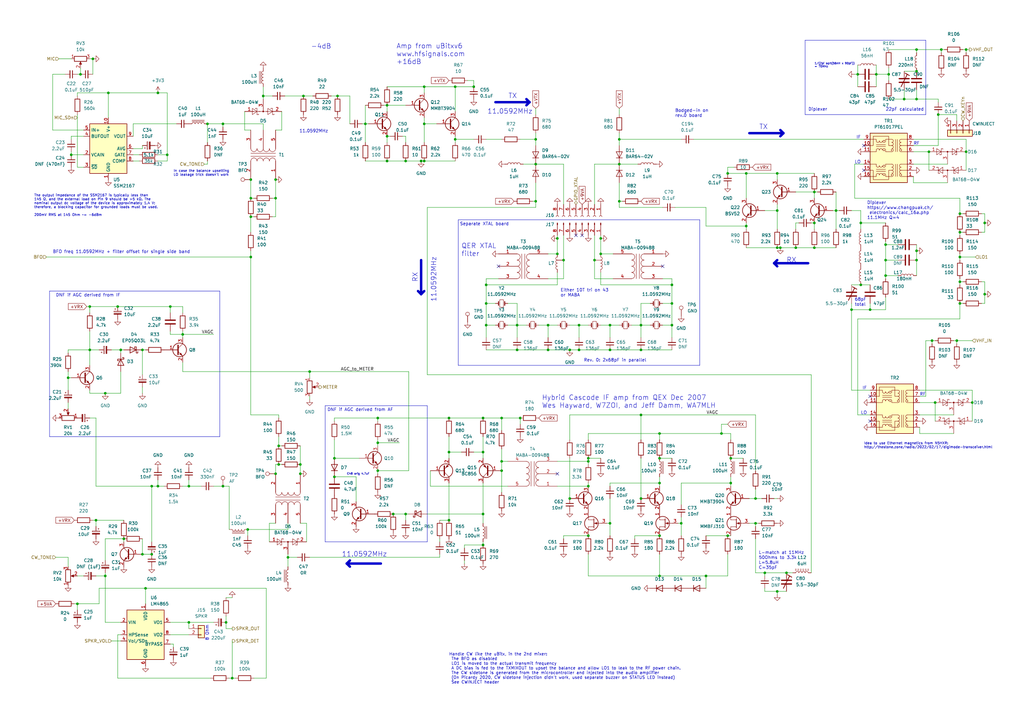
<source format=kicad_sch>
(kicad_sch (version 20230121) (generator eeschema)

  (uuid 0e592cd4-1950-44ef-9727-8e526f4c4e12)

  (paper "A3")

  (title_block
    (title "DART-70 TRX")
    (date "2023-04-04")
    (rev "1")
    (company "HB9EGM")
    (comment 1 "A 4m Band SSB/CW Transceiver")
    (comment 2 "Baseband")
  )

  

  (junction (at 186.69 57.15) (diameter 0) (color 0 0 0 0)
    (uuid 0079a40d-5664-4eb5-a4a1-35e197c9e578)
  )
  (junction (at 172.72 66.04) (diameter 0) (color 0 0 0 0)
    (uuid 027f19f3-a3d5-4daa-a96e-c5d9a71c1df8)
  )
  (junction (at 158.75 55.88) (diameter 0) (color 0 0 0 0)
    (uuid 02d8bab6-e62a-43d8-ae0a-47eb8be52f66)
  )
  (junction (at 58.42 143.51) (diameter 0) (color 0 0 0 0)
    (uuid 059f4155-bed3-4fb2-9baa-d569f31b7e5d)
  )
  (junction (at 320.04 101.6) (diameter 0) (color 0 0 0 0)
    (uuid 076a6a07-11fa-4191-a538-035a47a6b026)
  )
  (junction (at 199.39 124.46) (diameter 0) (color 0 0 0 0)
    (uuid 08e3fbcd-b24c-43b5-a2a5-3ed606084464)
  )
  (junction (at 375.92 20.32) (diameter 0) (color 0 0 0 0)
    (uuid 0e0e432b-78ea-4677-9624-cfa175a66f05)
  )
  (junction (at 262.89 143.51) (diameter 0) (color 0 0 0 0)
    (uuid 0e565d2a-00bb-4f20-8e2e-0f824e8d2762)
  )
  (junction (at 356.87 127) (diameter 0) (color 0 0 0 0)
    (uuid 0e79f50c-6749-4775-a4f9-1113788b2e6b)
  )
  (junction (at 241.3 189.23) (diameter 0) (color 0 0 0 0)
    (uuid 0f8367d0-e4ea-40ae-8dac-4e16d60a532f)
  )
  (junction (at 298.45 71.12) (diameter 0) (color 0 0 0 0)
    (uuid 1012b60c-7995-4cf6-a029-e4cda1fc26a4)
  )
  (junction (at 39.37 213.36) (diameter 0) (color 0 0 0 0)
    (uuid 1761eacf-5516-4f80-af22-ca5c2f3d7629)
  )
  (junction (at 173.99 50.8) (diameter 0) (color 0 0 0 0)
    (uuid 17a2367e-a2ff-4b57-83ee-9ab25894ec97)
  )
  (junction (at 48.26 125.73) (diameter 0) (color 0 0 0 0)
    (uuid 1843d2c0-629c-44e7-8460-03ced60a2111)
  )
  (junction (at 334.01 101.6) (diameter 0) (color 0 0 0 0)
    (uuid 1938c685-27ac-44a9-aab4-2c6ed50b8ec7)
  )
  (junction (at 295.91 177.8) (diameter 0) (color 0 0 0 0)
    (uuid 1a164a1f-45a6-43b7-9b64-349463c23d37)
  )
  (junction (at 166.37 210.82) (diameter 0) (color 0 0 0 0)
    (uuid 1c038126-c738-4381-b698-5c33c4341ae8)
  )
  (junction (at 64.77 38.1) (diameter 0) (color 0 0 0 0)
    (uuid 1d478e31-7d05-4026-94bc-716d6e6d4a57)
  )
  (junction (at 262.89 204.47) (diameter 0) (color 0 0 0 0)
    (uuid 1de51305-582b-4628-8092-75c3cf54eea0)
  )
  (junction (at 113.03 194.31) (diameter 0) (color 0 0 0 0)
    (uuid 1e5b8adc-bfe4-4d62-8fbb-b09ad198c5b6)
  )
  (junction (at 233.68 143.51) (diameter 0) (color 0 0 0 0)
    (uuid 210630ed-a720-499f-8ec9-3630627e1e05)
  )
  (junction (at 194.31 35.56) (diameter 0) (color 0 0 0 0)
    (uuid 222d63d3-68ff-4a04-b7c3-6efd5c4ab9e1)
  )
  (junction (at 381 62.23) (diameter 0) (color 0 0 0 0)
    (uuid 223b72c8-191b-4d26-8e73-2beb56cb0a2b)
  )
  (junction (at 298.45 219.71) (diameter 0) (color 0 0 0 0)
    (uuid 22f086a0-4e36-4832-8e1e-3bdb65f5c3f2)
  )
  (junction (at 212.09 143.51) (diameter 0) (color 0 0 0 0)
    (uuid 24fd922c-d488-4d61-b6dc-9d3e359ccc82)
  )
  (junction (at 299.72 187.96) (diameter 0) (color 0 0 0 0)
    (uuid 2583e10f-d237-4b6a-a35d-cff26f964496)
  )
  (junction (at 384.81 46.99) (diameter 0) (color 0 0 0 0)
    (uuid 2752e81c-fd78-4adc-8a3e-c2100d5bd7d7)
  )
  (junction (at 44.45 38.1) (diameter 0) (color 0 0 0 0)
    (uuid 2792ed93-89db-4e51-99ff-281323e776eb)
  )
  (junction (at 43.18 161.29) (diameter 0) (color 0 0 0 0)
    (uuid 2ac61f93-ebdb-4844-a9b1-76718596cd8a)
  )
  (junction (at 158.75 43.18) (diameter 0) (color 0 0 0 0)
    (uuid 2cd3680a-9e9d-4c97-9125-39c64a75e644)
  )
  (junction (at 270.51 198.12) (diameter 0) (color 0 0 0 0)
    (uuid 2d264e2f-7e31-4a17-86c5-13a68ab3ff7e)
  )
  (junction (at 363.22 106.68) (diameter 0) (color 0 0 0 0)
    (uuid 2fd14c3b-7e81-4330-b4b6-7d3b5d88fd5c)
  )
  (junction (at 393.7 115.57) (diameter 0) (color 0 0 0 0)
    (uuid 2fdc7923-56aa-4f0e-b559-e1b2e79c3c8f)
  )
  (junction (at 114.3 190.5) (diameter 0) (color 0 0 0 0)
    (uuid 30a877c2-a2d2-45b6-a8fa-8c4567fd5621)
  )
  (junction (at 382.27 139.7) (diameter 0) (color 0 0 0 0)
    (uuid 30dc039a-a902-4295-a2ea-7a00c6153126)
  )
  (junction (at 318.77 71.12) (diameter 0) (color 0 0 0 0)
    (uuid 315201dd-7991-408a-b65b-aa397fb29cdd)
  )
  (junction (at 38.1 24.13) (diameter 0) (color 0 0 0 0)
    (uuid 335263d3-7e35-4a9c-83c2-cd71d45f0688)
  )
  (junction (at 383.54 165.1) (diameter 0) (color 0 0 0 0)
    (uuid 3365c11b-b4a5-418d-85ee-41028926f18a)
  )
  (junction (at 351.79 30.48) (diameter 0) (color 0 0 0 0)
    (uuid 3b4c9779-bcad-4732-8142-8c3ab8d0419f)
  )
  (junction (at 173.99 35.56) (diameter 0) (color 0 0 0 0)
    (uuid 3bd6009a-f48b-4c66-92de-4d24549b4c7d)
  )
  (junction (at 161.29 210.82) (diameter 0) (color 0 0 0 0)
    (uuid 3bf0f30a-4c02-4011-9e56-5268cd9a18bc)
  )
  (junction (at 198.12 171.45) (diameter 0) (color 0 0 0 0)
    (uuid 3e9deac2-8e86-484c-b76a-a334d0715f66)
  )
  (junction (at 403.86 120.65) (diameter 0) (color 0 0 0 0)
    (uuid 3f6ba890-8616-4e68-b9d0-3d4eacc2e5c7)
  )
  (junction (at 254 82.55) (diameter 0) (color 0 0 0 0)
    (uuid 3fab5bb1-8815-4b0a-a5a7-85bc20dde8b0)
  )
  (junction (at 375.92 106.68) (diameter 0) (color 0 0 0 0)
    (uuid 3fcecab3-b47b-4a8c-9fb9-b323af94bc6b)
  )
  (junction (at 173.99 66.04) (diameter 0) (color 0 0 0 0)
    (uuid 43c88063-044a-47b7-b010-f3fb76152eec)
  )
  (junction (at 375.92 102.87) (diameter 0) (color 0 0 0 0)
    (uuid 446196fa-4af3-4fe1-9348-f02489c61276)
  )
  (junction (at 199.39 133.35) (diameter 0) (color 0 0 0 0)
    (uuid 460147d8-e4b6-4910-88e9-07d1ddd6c2df)
  )
  (junction (at 219.71 57.15) (diameter 0) (color 0 0 0 0)
    (uuid 485f8372-6f58-431e-9419-bfc90ad67732)
  )
  (junction (at 364.49 30.48) (diameter 0) (color 0 0 0 0)
    (uuid 4b3ba67b-606d-4750-abb9-54a01fd7bc1a)
  )
  (junction (at 212.09 133.35) (diameter 0) (color 0 0 0 0)
    (uuid 4b982f8b-ca29-4ebf-88fc-8a50b24e0802)
  )
  (junction (at 359.41 30.48) (diameter 0) (color 0 0 0 0)
    (uuid 4bcbab50-174d-4a4b-8660-c13a99f4d953)
  )
  (junction (at 246.38 104.14) (diameter 0) (color 0 0 0 0)
    (uuid 4d4b296b-354c-4f54-8b98-a9fec52fa110)
  )
  (junction (at 375.92 29.21) (diameter 0) (color 0 0 0 0)
    (uuid 4dbafe87-53e2-4b1b-b9d1-f029995a0c51)
  )
  (junction (at 91.44 50.8) (diameter 0) (color 0 0 0 0)
    (uuid 4f100da6-d6f9-4b77-90f1-fda986c2ed73)
  )
  (junction (at 113.03 81.28) (diameter 0) (color 0 0 0 0)
    (uuid 4f661a6f-98d8-4461-9401-113364b1e3a8)
  )
  (junction (at 184.15 213.36) (diameter 0) (color 0 0 0 0)
    (uuid 510aabe6-d19e-45d2-9ee4-74f6d2e6df89)
  )
  (junction (at 393.7 87.63) (diameter 0) (color 0 0 0 0)
    (uuid 56e3e10b-0165-4e27-9816-f40b5bb7e426)
  )
  (junction (at 275.59 133.35) (diameter 0) (color 0 0 0 0)
    (uuid 5c4341e3-29f4-4014-ad6b-9b4cb50156a6)
  )
  (junction (at 246.38 97.79) (diameter 0) (color 0 0 0 0)
    (uuid 5d58706a-c013-405c-9112-847886006796)
  )
  (junction (at 262.89 133.35) (diameter 0) (color 0 0 0 0)
    (uuid 5dbda758-e74b-4ccf-ad68-495d537d68ba)
  )
  (junction (at 275.59 124.46) (diameter 0) (color 0 0 0 0)
    (uuid 5fc44bfc-3a32-42f5-89ff-303d655beeb1)
  )
  (junction (at 198.12 223.52) (diameter 0) (color 0 0 0 0)
    (uuid 611c0051-64b3-4ff6-b51a-6ea814324060)
  )
  (junction (at 69.85 125.73) (diameter 0) (color 0 0 0 0)
    (uuid 62ed984b-c070-4de1-bd86-30aeb09fb9cd)
  )
  (junction (at 326.39 101.6) (diameter 0) (color 0 0 0 0)
    (uuid 6333a58f-0905-40bf-8806-a9405483f292)
  )
  (junction (at 138.43 39.37) (diameter 0) (color 0 0 0 0)
    (uuid 67d87795-1d4f-4f21-9afa-f7da30e8b867)
  )
  (junction (at 342.9 86.36) (diameter 0) (color 0 0 0 0)
    (uuid 6bdd7ca9-a767-4e33-bf37-498b319fce63)
  )
  (junction (at 102.87 88.9) (diameter 0) (color 0 0 0 0)
    (uuid 6e61ed05-4ce2-4d6e-b300-e8935e213361)
  )
  (junction (at 62.23 227.33) (diameter 0) (color 0 0 0 0)
    (uuid 707b1436-6255-4e74-ac3c-e365f258d4c7)
  )
  (junction (at 270.51 236.22) (diameter 0) (color 0 0 0 0)
    (uuid 711716b4-cb3c-40a8-915f-7a9cd1c1a345)
  )
  (junction (at 306.07 92.71) (diameter 0) (color 0 0 0 0)
    (uuid 71548298-edf3-48ed-bda9-4f920bb3ffda)
  )
  (junction (at 334.01 91.44) (diameter 0) (color 0 0 0 0)
    (uuid 7203aae8-7ab5-4754-be1f-92fd79bf7883)
  )
  (junction (at 228.6 104.14) (diameter 0) (color 0 0 0 0)
    (uuid 7292e3c7-8290-4fad-a17c-92a17c78ac6c)
  )
  (junction (at 127 152.4) (diameter 0) (color 0 0 0 0)
    (uuid 76f10a7e-8bc4-4240-8e23-1f6453db5228)
  )
  (junction (at 254 57.15) (diameter 0) (color 0 0 0 0)
    (uuid 782fd8fa-9fb0-44b6-bdfd-23367a676327)
  )
  (junction (at 299.72 198.12) (diameter 0) (color 0 0 0 0)
    (uuid 79aa4561-3272-488a-aacc-d24a783bf3fa)
  )
  (junction (at 393.7 105.41) (diameter 0) (color 0 0 0 0)
    (uuid 88658da7-484b-4fb1-bd87-cf0fe9fbbc98)
  )
  (junction (at 318.77 86.36) (diameter 0) (color 0 0 0 0)
    (uuid 897a30bd-82ab-4191-9e1c-88c95eb420c0)
  )
  (junction (at 205.74 171.45) (diameter 0) (color 0 0 0 0)
    (uuid 89924c9d-894c-4783-bb98-91fe4fffc426)
  )
  (junction (at 363.22 100.33) (diameter 0) (color 0 0 0 0)
    (uuid 89a0992d-b4b4-4a98-9018-0c3e3ac7c4ed)
  )
  (junction (at 403.86 91.44) (diameter 0) (color 0 0 0 0)
    (uuid 8a030abd-885a-4b15-b74a-b44dc2b6c7d7)
  )
  (junction (at 334.01 78.74) (diameter 0) (color 0 0 0 0)
    (uuid 8cad30c6-cd21-4b04-8aa8-5dfd9876668a)
  )
  (junction (at 370.84 40.64) (diameter 0) (color 0 0 0 0)
    (uuid 8d45f61e-b48a-4d9a-9705-81179d1cee29)
  )
  (junction (at 92.71 255.27) (diameter 0) (color 0 0 0 0)
    (uuid 8d612602-5cc8-45dd-a943-2a29be4b9ede)
  )
  (junction (at 102.87 81.28) (diameter 0) (color 0 0 0 0)
    (uuid 8edc9989-feda-4190-96e8-8ba0ca953891)
  )
  (junction (at 43.18 236.22) (diameter 0) (color 0 0 0 0)
    (uuid 8f57152a-781e-4e8e-b36c-e81f9a864e3b)
  )
  (junction (at 250.19 214.63) (diameter 0) (color 0 0 0 0)
    (uuid 91049a94-ccf8-463e-ab05-8a76a56be653)
  )
  (junction (at 309.88 214.63) (diameter 0) (color 0 0 0 0)
    (uuid 9134413a-edf3-40ce-9ec2-93a536746842)
  )
  (junction (at 318.77 242.57) (diameter 0) (color 0 0 0 0)
    (uuid 92b5166e-7b6a-4c31-94b5-b9d3f56f30b6)
  )
  (junction (at 205.74 189.23) (diameter 0) (color 0 0 0 0)
    (uuid 94a7e072-a853-4895-a974-0e863ac9edc2)
  )
  (junction (at 113.03 73.66) (diameter 0) (color 0 0 0 0)
    (uuid 9501ad82-8c5c-4bd6-a4e5-d738b7099508)
  )
  (junction (at 224.79 133.35) (diameter 0) (color 0 0 0 0)
    (uuid 9666bb6a-0c1d-4c92-be6d-94a465ec5c51)
  )
  (junction (at 64.77 199.39) (diameter 0) (color 0 0 0 0)
    (uuid 97e09b83-0572-4634-8ce7-0a86f1339fd8)
  )
  (junction (at 107.95 39.37) (diameter 0) (color 0 0 0 0)
    (uuid 983034d1-18ea-4dac-8753-9630cc5e0592)
  )
  (junction (at 386.08 20.32) (diameter 0) (color 0 0 0 0)
    (uuid 9873db56-1f37-4fe2-98ad-60e4c87af40c)
  )
  (junction (at 275.59 116.84) (diameter 0) (color 0 0 0 0)
    (uuid 9918dbb5-067b-4f72-a60f-e99dd790b7bf)
  )
  (junction (at 270.51 177.8) (diameter 0) (color 0 0 0 0)
    (uuid 994aaeb0-a945-4297-8f22-64b15ec2470b)
  )
  (junction (at 363.22 113.03) (diameter 0) (color 0 0 0 0)
    (uuid 9a438e91-12f1-4003-9587-51635f0ae695)
  )
  (junction (at 102.87 73.66) (diameter 0) (color 0 0 0 0)
    (uuid 9d0f1857-3b05-4e01-b461-94289f64ce4a)
  )
  (junction (at 123.19 194.31) (diameter 0) (color 0 0 0 0)
    (uuid 9d1032f1-04b7-4a45-a406-c5f306a5a4a3)
  )
  (junction (at 154.94 193.04) (diameter 0) (color 0 0 0 0)
    (uuid a31e2cb7-a272-450b-beca-1b3c3565662d)
  )
  (junction (at 393.7 95.25) (diameter 0) (color 0 0 0 0)
    (uuid a4615cb6-40e1-4e6b-aa44-484a7357f4a4)
  )
  (junction (at 198.12 185.42) (diameter 0) (color 0 0 0 0)
    (uuid a4ec02e9-e140-4dcc-958f-47f7624526cb)
  )
  (junction (at 36.83 125.73) (diameter 0) (color 0 0 0 0)
    (uuid a65cad0c-0ef1-4ea5-a965-4eae7ac1f6af)
  )
  (junction (at 231.14 106.68) (diameter 0) (color 0 0 0 0)
    (uuid a662cdd6-a57e-4364-b8b3-c025c426c5be)
  )
  (junction (at 31.75 247.65) (diameter 0) (color 0 0 0 0)
    (uuid a69f72c8-ce0f-4293-bf44-c6832495c836)
  )
  (junction (at 77.47 199.39) (diameter 0) (color 0 0 0 0)
    (uuid a7cad282-51c3-4f24-be5e-311c2c5e959b)
  )
  (junction (at 137.16 195.58) (diameter 0) (color 0 0 0 0)
    (uuid a8675aa5-24f4-4a65-9564-259800e24a61)
  )
  (junction (at 228.6 97.79) (diameter 0) (color 0 0 0 0)
    (uuid aa537d78-628c-458e-8a08-c2dae82aca82)
  )
  (junction (at 318.77 101.6) (diameter 0) (color 0 0 0 0)
    (uuid aad5fe2f-2964-4c2f-90b5-8ec10e02fb70)
  )
  (junction (at 158.75 66.04) (diameter 0) (color 0 0 0 0)
    (uuid ab5a5163-9113-4726-bc7a-7e25f5bcb137)
  )
  (junction (at 27.94 154.94) (diameter 0) (color 0 0 0 0)
    (uuid ac0e5582-f44c-4bc2-8ae7-2c3f1115fb00)
  )
  (junction (at 33.02 30.48) (diameter 0) (color 0 0 0 0)
    (uuid ad2d033c-4040-4813-b5da-82cf827f9d86)
  )
  (junction (at 237.49 133.35) (diameter 0) (color 0 0 0 0)
    (uuid ad485fa9-ca4c-467a-b6d9-302ae2ec4eaa)
  )
  (junction (at 91.44 199.39) (diameter 0) (color 0 0 0 0)
    (uuid ae4c18cc-90ed-4d31-b27a-ee22bf49a14e)
  )
  (junction (at 237.49 143.51) (diameter 0) (color 0 0 0 0)
    (uuid aed41e50-066a-4d5d-9b35-33c86a58f817)
  )
  (junction (at 309.88 204.47) (diameter 0) (color 0 0 0 0)
    (uuid b046cbfe-7bd9-4ac8-9c60-a84b90a07076)
  )
  (junction (at 198.12 210.82) (diameter 0) (color 0 0 0 0)
    (uuid b0bd599f-5320-4de4-9844-b1248597f45d)
  )
  (junction (at 59.69 241.3) (diameter 0) (color 0 0 0 0)
    (uuid b2c93e47-1b35-4bce-b217-c95c59af9fea)
  )
  (junction (at 102.87 105.41) (diameter 0) (color 0 0 0 0)
    (uuid b2fc5a98-a9c8-4ffb-bf05-9a95788a6f6e)
  )
  (junction (at 199.39 116.84) (diameter 0) (color 0 0 0 0)
    (uuid b3ba518e-938d-434b-8f72-5ecf3fd42313)
  )
  (junction (at 154.94 181.61) (diameter 0) (color 0 0 0 0)
    (uuid b52e2ac1-1ad4-4299-a3b7-5950aeda9b09)
  )
  (junction (at 219.71 67.31) (diameter 0) (color 0 0 0 0)
    (uuid b55942a4-2e67-4c91-a2e2-17d287af1b39)
  )
  (junction (at 58.42 227.33) (diameter 0) (color 0 0 0 0)
    (uuid b67c5032-3958-4f67-8cff-2bc749aa2559)
  )
  (junction (at 68.58 63.5) (diameter 0) (color 0 0 0 0)
    (uuid b6a3e709-356a-4a55-ac00-07ba73afac37)
  )
  (junction (at 313.69 234.95) (diameter 0) (color 0 0 0 0)
    (uuid b7b0b83f-2dad-41a6-8e3b-dd0617021680)
  )
  (junction (at 233.68 204.47) (diameter 0) (color 0 0 0 0)
    (uuid bb8fc86a-138e-468d-a6f3-4d425bea2798)
  )
  (junction (at 241.3 199.39) (diameter 0) (color 0 0 0 0)
    (uuid bcb7b50e-e30b-4748-9ad3-15fd19268fd8)
  )
  (junction (at 270.51 187.96) (diameter 0) (color 0 0 0 0)
    (uuid bdd38f4a-d1f5-49ea-86a0-7074369f7406)
  )
  (junction (at 101.6 217.17) (diameter 0) (color 0 0 0 0)
    (uuid bf1cf86a-4cef-455a-b67c-093dbb9970e5)
  )
  (junction (at 95.25 278.13) (diameter 0) (color 0 0 0 0)
    (uuid bff74fb8-2e53-4140-9d30-8bb9b336dda4)
  )
  (junction (at 50.8 220.98) (diameter 0) (color 0 0 0 0)
    (uuid c07980be-125c-4459-be81-f2b8371f5ae2)
  )
  (junction (at 205.74 193.04) (diameter 0) (color 0 0 0 0)
    (uuid c41a688f-80a3-4252-bb37-134631846db3)
  )
  (junction (at 250.19 143.51) (diameter 0) (color 0 0 0 0)
    (uuid c8816f2b-d043-4f02-8988-815e5e7435ee)
  )
  (junction (at 118.11 228.6) (diameter 0) (color 0 0 0 0)
    (uuid c8c4fbfe-4e9c-445d-882a-7f1bac80adc8)
  )
  (junction (at 250.19 133.35) (diameter 0) (color 0 0 0 0)
    (uuid ca2ddb3d-eff7-4148-ac57-d5c14ba8be31)
  )
  (junction (at 393.7 124.46) (diameter 0) (color 0 0 0 0)
    (uuid ca5a4e59-a0d9-41f3-a4f9-8e9003dc636c)
  )
  (junction (at 241.3 187.96) (diameter 0) (color 0 0 0 0)
    (uuid cf4a7a0f-4b62-4a14-8810-1f9be9bb8bca)
  )
  (junction (at 375.92 40.64) (diameter 0) (color 0 0 0 0)
    (uuid cfd26f0b-c959-40e8-8a7e-48204bb5c64f)
  )
  (junction (at 224.79 143.51) (diameter 0) (color 0 0 0 0)
    (uuid d3e01bdf-5c14-407f-80a1-1d934fc04fab)
  )
  (junction (at 149.86 50.8) (diameter 0) (color 0 0 0 0)
    (uuid d46cfddd-ae59-45a8-a05e-501b77d91351)
  )
  (junction (at 124.46 39.37) (diameter 0) (color 0 0 0 0)
    (uuid d47b6e93-2883-4b61-9107-b49e482eb126)
  )
  (junction (at 270.51 219.71) (diameter 0) (color 0 0 0 0)
    (uuid d5fa5081-044e-4305-8f5d-d2a56bf86d29)
  )
  (junction (at 77.47 255.27) (diameter 0) (color 0 0 0 0)
    (uuid d6fda246-3399-48cd-8a06-99bbdf8c75e4)
  )
  (junction (at 241.3 219.71) (diameter 0) (color 0 0 0 0)
    (uuid d703d54e-2823-4563-98c8-59d8b8b54fec)
  )
  (junction (at 166.37 66.04) (diameter 0) (color 0 0 0 0)
    (uuid d774c163-0e71-4e59-99e8-33a6c910c00d)
  )
  (junction (at 62.23 199.39) (diameter 0) (color 0 0 0 0)
    (uuid d7d4c350-2318-4a09-b921-0a78963f6666)
  )
  (junction (at 254 67.31) (diameter 0) (color 0 0 0 0)
    (uuid d964cb21-9482-4b14-9981-964030a476a5)
  )
  (junction (at 219.71 82.55) (diameter 0) (color 0 0 0 0)
    (uuid d96c7ae3-a14b-4da8-8c67-7918799c8e60)
  )
  (junction (at 396.24 62.23) (diameter 0) (color 0 0 0 0)
    (uuid daa9b5c5-21a2-4482-b81a-69bb9f749fb7)
  )
  (junction (at 186.69 35.56) (diameter 0) (color 0 0 0 0)
    (uuid dcdfeb28-863e-4a43-ad64-f6e45863b4d7)
  )
  (junction (at 213.36 171.45) (diameter 0) (color 0 0 0 0)
    (uuid ddaaa428-40ee-45ee-a789-6961e25a11bb)
  )
  (junction (at 392.43 139.7) (diameter 0) (color 0 0 0 0)
    (uuid de1eb50d-ef90-4d0d-a112-fc865a422b99)
  )
  (junction (at 289.56 236.22) (diameter 0) (color 0 0 0 0)
    (uuid df231e82-dc0c-49c1-a01b-d2be84591ff3)
  )
  (junction (at 322.58 234.95) (diameter 0) (color 0 0 0 0)
    (uuid e15f6002-d342-413a-a773-225c5f4cfb04)
  )
  (junction (at 396.24 20.32) (diameter 0) (color 0 0 0 0)
    (uuid e2d27bd1-d4c5-4321-a13b-160cb2d6015d)
  )
  (junction (at 49.53 143.51) (diameter 0) (color 0 0 0 0)
    (uuid e3903eeb-8b72-4b40-a088-cbbba270c01b)
  )
  (junction (at 184.15 171.45) (diameter 0) (color 0 0 0 0)
    (uuid e68e2295-e5ad-41e7-931d-7bf2c40e2981)
  )
  (junction (at 279.4 214.63) (diameter 0) (color 0 0 0 0)
    (uuid e736b041-4756-4726-980f-1b93cf00a2ad)
  )
  (junction (at 243.84 106.68) (diameter 0) (color 0 0 0 0)
    (uuid e7eee956-d2ad-4d33-9823-9759f9a8aab1)
  )
  (junction (at 74.93 137.16) (diameter 0) (color 0 0 0 0)
    (uuid e8558fbd-ea42-43a6-966a-7bd304bdfaad)
  )
  (junction (at 353.06 91.44) (diameter 0) (color 0 0 0 0)
    (uuid e8822f44-e7ca-47f3-a9bc-951244c889e7)
  )
  (junction (at 36.83 143.51) (diameter 0) (color 0 0 0 0)
    (uuid eac540a2-0555-4530-b9cb-9b037a65c0a7)
  )
  (junction (at 114.3 182.88) (diameter 0) (color 0 0 0 0)
    (uuid eb3c65f0-3082-4c13-98c1-cac8dc7eccac)
  )
  (junction (at 137.16 187.96) (diameter 0) (color 0 0 0 0)
    (uuid ecba702e-9fb5-4bd7-9b08-5197492ec54b)
  )
  (junction (at 349.25 127) (diameter 0) (color 0 0 0 0)
    (uuid ef4c798c-4721-49f1-8016-e362a6672715)
  )
  (junction (at 398.78 165.1) (diameter 0) (color 0 0 0 0)
    (uuid efac21da-3f93-4ae4-bab8-dbdec293c35e)
  )
  (junction (at 306.07 71.12) (diameter 0) (color 0 0 0 0)
    (uuid f02e930f-fe1a-4921-a9df-ee330f41d2bd)
  )
  (junction (at 154.94 171.45) (diameter 0) (color 0 0 0 0)
    (uuid f1a9e2a2-6347-4852-b335-cf8402c433a4)
  )
  (junction (at 353.06 116.84) (diameter 0) (color 0 0 0 0)
    (uuid f22dadd7-4a1b-4449-b981-cbbeced9fbc5)
  )
  (junction (at 85.09 50.8) (diameter 0) (color 0 0 0 0)
    (uuid f9362574-7797-4e6e-9765-e515232ee831)
  )
  (junction (at 184.15 185.42) (diameter 0) (color 0 0 0 0)
    (uuid fb5d1a59-18d1-49ea-b504-10e76cce8897)
  )
  (junction (at 123.19 190.5) (diameter 0) (color 0 0 0 0)
    (uuid fbe71f6a-7e5a-41f1-9e6e-b2e94d49a3bc)
  )
  (junction (at 29.21 63.5) (diameter 0) (color 0 0 0 0)
    (uuid fe2b05f5-675b-44d0-956c-c5829b7c692a)
  )
  (junction (at 262.89 170.18) (diameter 0) (color 0 0 0 0)
    (uuid fe2ce942-d4c5-4b3f-a09e-cda9276450f6)
  )

  (no_connect (at 356.87 172.72) (uuid 112718f1-f222-4c50-a4f0-a42dabd066b7))
  (no_connect (at 236.22 96.52) (uuid 2b99a1e6-5f67-436f-9ed5-38e8bfd4c142))
  (no_connect (at 354.33 69.85) (uuid 36cd8509-4b06-4001-aa2f-00b548cb4477))
  (no_connect (at 204.47 109.22) (uuid 4866aeb4-d287-46eb-8d15-c55d9c708490))
  (no_connect (at 354.33 59.69) (uuid 6226f2ac-b9bf-4733-a388-cd49aa6934ae))
  (no_connect (at 356.87 162.56) (uuid 69a2fbd1-0689-4722-b099-d7d4b3a2c805))
  (no_connect (at 271.78 109.22) (uuid 8a4c8ee9-530e-4698-8694-1dcab411e819))
  (no_connect (at 228.6 194.31) (uuid afdb3662-3196-4d9d-b0e8-7f416bb5cd4f))
  (no_connect (at 238.76 96.52) (uuid ee08a6c2-528a-478b-9089-08fe9a37ec7e))

  (wire (pts (xy 403.86 87.63) (xy 403.86 91.44))
    (stroke (width 0) (type default))
    (uuid 006436ec-9ab2-4589-83be-4667e52db3bf)
  )
  (wire (pts (xy 205.74 171.45) (xy 205.74 176.53))
    (stroke (width 0) (type default))
    (uuid 00c27d59-c437-4bee-9cde-cbd48a34e31b)
  )
  (wire (pts (xy 318.77 83.82) (xy 318.77 86.36))
    (stroke (width 0) (type default))
    (uuid 00cf6024-5820-4cff-8981-5be2b438caf3)
  )
  (wire (pts (xy 87.63 199.39) (xy 91.44 199.39))
    (stroke (width 0) (type default))
    (uuid 0113fe75-9787-49bd-865f-03242ce2a366)
  )
  (wire (pts (xy 219.71 57.15) (xy 219.71 54.61))
    (stroke (width 0) (type default))
    (uuid 0125f083-fa2b-4a11-85be-7853b609b001)
  )
  (wire (pts (xy 359.41 30.48) (xy 359.41 35.56))
    (stroke (width 0) (type default))
    (uuid 01c67c04-8ed4-481b-b382-ac69e0a55001)
  )
  (wire (pts (xy 68.58 66.04) (xy 64.77 66.04))
    (stroke (width 0) (type default))
    (uuid 01caafb3-af8a-4642-870c-c290b286d040)
  )
  (wire (pts (xy 166.37 43.18) (xy 158.75 43.18))
    (stroke (width 0) (type default))
    (uuid 01f0181c-303d-46c7-ba34-20eee1c48cd1)
  )
  (wire (pts (xy 173.99 50.8) (xy 179.07 50.8))
    (stroke (width 0) (type default))
    (uuid 0222c276-ce98-44cf-9ac7-d0d00163570d)
  )
  (wire (pts (xy 190.5 231.14) (xy 190.5 229.87))
    (stroke (width 0) (type default))
    (uuid 027fc545-8a42-4646-8424-467711418116)
  )
  (wire (pts (xy 114.3 170.18) (xy 114.3 171.45))
    (stroke (width 0) (type default))
    (uuid 0332aa97-cadc-4e7a-b8af-ca59e255597d)
  )
  (wire (pts (xy 173.99 66.04) (xy 186.69 66.04))
    (stroke (width 0) (type default))
    (uuid 035d062f-f875-4853-8ca1-a348c3967bb1)
  )
  (wire (pts (xy 113.03 214.63) (xy 110.49 214.63))
    (stroke (width 0) (type default))
    (uuid 03b7756f-0559-43eb-b24d-3aefa5a15899)
  )
  (wire (pts (xy 394.97 20.32) (xy 396.24 20.32))
    (stroke (width 0) (type default))
    (uuid 03ce6745-00b2-4d2b-bad7-eb9745172859)
  )
  (wire (pts (xy 166.37 210.82) (xy 161.29 210.82))
    (stroke (width 0) (type default))
    (uuid 03dd13e2-d89f-47ed-8a2f-ce75e7a97ef3)
  )
  (wire (pts (xy 262.89 133.35) (xy 266.7 133.35))
    (stroke (width 0) (type default))
    (uuid 042fe62b-53aa-4e86-97d0-9ccb1e16a895)
  )
  (wire (pts (xy 379.73 139.7) (xy 382.27 139.7))
    (stroke (width 0) (type default))
    (uuid 0437af13-5b81-4e18-82d5-0ec28c5d895f)
  )
  (wire (pts (xy 374.65 74.93) (xy 374.65 72.39))
    (stroke (width 0) (type default))
    (uuid 047a18ce-9e77-4d7d-a9ce-60b21f671177)
  )
  (wire (pts (xy 31.75 68.58) (xy 34.29 68.58))
    (stroke (width 0) (type default))
    (uuid 04868f85-bc69-4fa9-8e62-d78ffe5ae58e)
  )
  (wire (pts (xy 396.24 20.32) (xy 397.51 20.32))
    (stroke (width 0) (type default))
    (uuid 04ef368b-f4e9-48da-956c-ee93cb3d01e8)
  )
  (wire (pts (xy 363.22 106.68) (xy 363.22 113.03))
    (stroke (width 0) (type default))
    (uuid 05ddadd4-94df-4d6a-b500-ff320675ba33)
  )
  (wire (pts (xy 241.3 227.33) (xy 241.3 236.22))
    (stroke (width 0) (type default))
    (uuid 066671d9-1fdf-4a05-a7e7-cadb7d44b89f)
  )
  (wire (pts (xy 356.87 124.46) (xy 356.87 127))
    (stroke (width 0) (type default))
    (uuid 06fedb5b-65dd-4aa0-9e2d-b04e5a505f26)
  )
  (wire (pts (xy 208.28 124.46) (xy 212.09 124.46))
    (stroke (width 0) (type default))
    (uuid 082d865b-0a4e-49c3-b18b-be47fd4a465a)
  )
  (wire (pts (xy 382.27 139.7) (xy 383.54 139.7))
    (stroke (width 0) (type default))
    (uuid 0830aef1-c986-42f8-ba6a-a3fcacbf0210)
  )
  (wire (pts (xy 309.88 234.95) (xy 309.88 220.98))
    (stroke (width 0) (type default))
    (uuid 08c8f1b4-737d-438b-967e-a77cce3833c0)
  )
  (wire (pts (xy 58.42 143.51) (xy 58.42 153.67))
    (stroke (width 0) (type default))
    (uuid 09321bf4-1ea1-49b5-b1f9-ac29d6606a74)
  )
  (wire (pts (xy 173.99 35.56) (xy 186.69 35.56))
    (stroke (width 0) (type default))
    (uuid 0943dfff-08fd-4176-a97a-8e271f47b148)
  )
  (wire (pts (xy 393.7 105.41) (xy 393.7 104.14))
    (stroke (width 0) (type default))
    (uuid 09aa0d32-f4dc-42fd-a756-e1229737bd34)
  )
  (wire (pts (xy 289.56 236.22) (xy 289.56 241.3))
    (stroke (width 0) (type default))
    (uuid 0a0c053c-54e0-4f14-b909-036d0c5fbf08)
  )
  (wire (pts (xy 158.75 43.18) (xy 158.75 45.72))
    (stroke (width 0) (type default))
    (uuid 0a80373e-7854-41a7-8441-30fd81967887)
  )
  (wire (pts (xy 254 74.93) (xy 254 82.55))
    (stroke (width 0) (type default))
    (uuid 0a9f993d-d83a-4cdc-bae3-0f40dd545220)
  )
  (wire (pts (xy 279.4 198.12) (xy 299.72 198.12))
    (stroke (width 0) (type default))
    (uuid 0b5e9f79-a50b-4078-b2be-eff1d45ab7fc)
  )
  (wire (pts (xy 309.88 234.95) (xy 313.69 234.95))
    (stroke (width 0) (type default))
    (uuid 0dc79dd3-c584-4173-b914-e6a8bcd18e45)
  )
  (wire (pts (xy 36.83 135.89) (xy 36.83 143.51))
    (stroke (width 0) (type default))
    (uuid 0e1c6bbc-4cc4-4ce9-b48a-8292bb286da8)
  )
  (wire (pts (xy 246.38 97.79) (xy 246.38 96.52))
    (stroke (width 0) (type default))
    (uuid 0f4b5c7f-79aa-4c46-b222-58e7e288b195)
  )
  (wire (pts (xy 33.02 27.94) (xy 33.02 30.48))
    (stroke (width 0) (type default))
    (uuid 100847e3-630c-4c13-ba45-180e92370805)
  )
  (wire (pts (xy 318.77 71.12) (xy 318.77 73.66))
    (stroke (width 0) (type default))
    (uuid 10ef0d40-b427-4fac-bff7-e8ca2d279fd2)
  )
  (wire (pts (xy 166.37 66.04) (xy 172.72 66.04))
    (stroke (width 0) (type default))
    (uuid 11ac1ac8-72b6-43ed-915e-50f87561daf8)
  )
  (wire (pts (xy 107.95 50.8) (xy 91.44 50.8))
    (stroke (width 0) (type default))
    (uuid 12340fb8-cd9c-4069-beec-13d4d2ea0d99)
  )
  (polyline (pts (xy 307.34 54.61) (xy 321.31 54.61))
    (stroke (width 1) (type solid))
    (uuid 1281d63b-9c8c-4454-9b2d-0bbbc27e2ae7)
  )

  (wire (pts (xy 44.45 38.1) (xy 64.77 38.1))
    (stroke (width 0) (type default))
    (uuid 12e17856-cd8c-41a8-bb2e-9faca10b0973)
  )
  (wire (pts (xy 393.7 130.81) (xy 351.79 130.81))
    (stroke (width 0) (type default))
    (uuid 15352954-5a6d-4167-94e3-a8475b279783)
  )
  (wire (pts (xy 43.18 234.95) (xy 43.18 236.22))
    (stroke (width 0) (type default))
    (uuid 15e1025c-faeb-49ff-aaa3-6ba9acaabd98)
  )
  (wire (pts (xy 137.16 172.72) (xy 137.16 171.45))
    (stroke (width 0) (type default))
    (uuid 1606d99f-0508-4f2e-b63b-47e62c4312ee)
  )
  (wire (pts (xy 386.08 21.59) (xy 386.08 20.32))
    (stroke (width 0) (type default))
    (uuid 16070e3c-2cc9-4d09-bef3-8ceccb63947e)
  )
  (wire (pts (xy 36.83 125.73) (xy 36.83 128.27))
    (stroke (width 0) (type default))
    (uuid 16aa2316-1a67-45e5-b6c4-e59dd85814f4)
  )
  (wire (pts (xy 334.01 71.12) (xy 318.77 71.12))
    (stroke (width 0) (type default))
    (uuid 16b8184d-4364-4664-b33c-1e355c0b0e6c)
  )
  (wire (pts (xy 298.45 68.58) (xy 298.45 71.12))
    (stroke (width 0) (type default))
    (uuid 171c47c2-e63c-45a5-b02c-078b78214786)
  )
  (wire (pts (xy 115.57 182.88) (xy 114.3 182.88))
    (stroke (width 0) (type default))
    (uuid 17c93850-5ebd-4f0d-b8eb-52bf14b01af4)
  )
  (wire (pts (xy 186.69 35.56) (xy 194.31 35.56))
    (stroke (width 0) (type default))
    (uuid 18723066-b973-43bf-8bbf-4c210121a928)
  )
  (wire (pts (xy 334.01 78.74) (xy 334.01 81.28))
    (stroke (width 0) (type default))
    (uuid 189610aa-2967-4418-8b8b-b36bdf6bc60b)
  )
  (wire (pts (xy 375.92 100.33) (xy 375.92 102.87))
    (stroke (width 0) (type default))
    (uuid 19028db1-670b-4d84-9d20-5aa2f8585dd7)
  )
  (wire (pts (xy 342.9 101.6) (xy 334.01 101.6))
    (stroke (width 0) (type default))
    (uuid 1966977a-39df-4890-91de-0e8ae767b0a0)
  )
  (wire (pts (xy 186.69 57.15) (xy 194.31 57.15))
    (stroke (width 0) (type default))
    (uuid 19a56892-f9d5-4508-ab75-59721c555275)
  )
  (wire (pts (xy 313.69 242.57) (xy 313.69 241.3))
    (stroke (width 0) (type default))
    (uuid 1a255025-6cad-4a3e-8763-c9c3ba585d53)
  )
  (wire (pts (xy 326.39 101.6) (xy 320.04 101.6))
    (stroke (width 0) (type default))
    (uuid 1a86e987-6d08-4b7a-b2e3-f89b9863e895)
  )
  (wire (pts (xy 146.05 195.58) (xy 146.05 205.74))
    (stroke (width 0) (type default))
    (uuid 1a9613ab-fb34-4a02-8365-aadaa421dfaf)
  )
  (wire (pts (xy 27.94 143.51) (xy 36.83 143.51))
    (stroke (width 0) (type default))
    (uuid 1a9f0d73-6986-450b-8da5-dca8d718cd0d)
  )
  (wire (pts (xy 375.92 20.32) (xy 386.08 20.32))
    (stroke (width 0) (type default))
    (uuid 1b89864d-e042-4259-99ab-c96136a33a11)
  )
  (wire (pts (xy 350.52 67.31) (xy 350.52 81.28))
    (stroke (width 0) (type default))
    (uuid 1c0378fb-8fa4-4942-8a64-86b9252ef636)
  )
  (wire (pts (xy 254 82.55) (xy 254 85.09))
    (stroke (width 0) (type default))
    (uuid 1c3c3108-d49a-4730-84a5-d29eb03028f4)
  )
  (wire (pts (xy 262.89 143.51) (xy 275.59 143.51))
    (stroke (width 0) (type default))
    (uuid 1d8cbdb8-b0d5-4f06-84c8-05770b7e9555)
  )
  (wire (pts (xy 219.71 59.69) (xy 219.71 57.15))
    (stroke (width 0) (type default))
    (uuid 1dbe419a-f71e-4ab5-9a49-e58e75747fdf)
  )
  (wire (pts (xy 118.11 217.17) (xy 101.6 217.17))
    (stroke (width 0) (type default))
    (uuid 1dc9a7fa-415c-4243-97fb-46b0d627e89d)
  )
  (wire (pts (xy 137.16 171.45) (xy 154.94 171.45))
    (stroke (width 0) (type default))
    (uuid 1ddbded3-4d65-49ba-8123-18c72e4b7f4a)
  )
  (wire (pts (xy 363.22 113.03) (xy 363.22 114.3))
    (stroke (width 0) (type default))
    (uuid 1e2c0cdd-08a6-4586-b370-3ffc74205845)
  )
  (wire (pts (xy 243.84 106.68) (xy 243.84 114.3))
    (stroke (width 0) (type default))
    (uuid 1e9638be-d271-44b9-9bc3-e37783c8782f)
  )
  (wire (pts (xy 158.75 66.04) (xy 166.37 66.04))
    (stroke (width 0) (type default))
    (uuid 1f1052c4-d15a-450f-8bb0-3cc3f3592607)
  )
  (wire (pts (xy 250.19 204.47) (xy 250.19 214.63))
    (stroke (width 0) (type default))
    (uuid 1f1c22b1-15a3-4e28-88a5-25ba2fbef197)
  )
  (wire (pts (xy 212.09 124.46) (xy 212.09 133.35))
    (stroke (width 0) (type default))
    (uuid 1fd73780-e017-4e2c-9674-56cb6f09dc2d)
  )
  (wire (pts (xy 246.38 116.84) (xy 275.59 116.84))
    (stroke (width 0) (type default))
    (uuid 2163a967-be2d-4344-a94d-f1b8da3dc3a3)
  )
  (wire (pts (xy 396.24 57.15) (xy 396.24 62.23))
    (stroke (width 0) (type default))
    (uuid 2171e051-2b1c-4df3-9987-bb0d428437aa)
  )
  (wire (pts (xy 69.85 135.89) (xy 69.85 137.16))
    (stroke (width 0) (type default))
    (uuid 22591446-6d82-47ac-b525-9e9deb496c8c)
  )
  (wire (pts (xy 137.16 180.34) (xy 137.16 187.96))
    (stroke (width 0) (type default))
    (uuid 231e5ae4-1791-4485-9a32-a64456488009)
  )
  (wire (pts (xy 111.76 88.9) (xy 113.03 88.9))
    (stroke (width 0) (type default))
    (uuid 233c88a4-9a5e-42af-96fb-5079a0c4ddfe)
  )
  (wire (pts (xy 241.3 189.23) (xy 241.3 187.96))
    (stroke (width 0) (type default))
    (uuid 25347fbb-8744-4d15-9949-de9866144f81)
  )
  (wire (pts (xy 270.51 177.8) (xy 241.3 177.8))
    (stroke (width 0) (type default))
    (uuid 2556849b-244d-40cf-86de-101d00a3273d)
  )
  (wire (pts (xy 275.59 187.96) (xy 270.51 187.96))
    (stroke (width 0) (type default))
    (uuid 25b40549-5004-4a9f-8c83-45a4561f2c44)
  )
  (wire (pts (xy 39.37 213.36) (xy 50.8 213.36))
    (stroke (width 0) (type default))
    (uuid 268a679e-e023-47f5-8a31-2516b1c23479)
  )
  (wire (pts (xy 295.91 173.99) (xy 295.91 177.8))
    (stroke (width 0) (type default))
    (uuid 27937394-9bb7-48f6-a154-02c32eca1c67)
  )
  (wire (pts (xy 342.9 78.74) (xy 342.9 86.36))
    (stroke (width 0) (type default))
    (uuid 2812f45e-ebd6-42bd-b5eb-ed95214eca8f)
  )
  (wire (pts (xy 198.12 198.12) (xy 198.12 210.82))
    (stroke (width 0) (type default))
    (uuid 287f053d-d517-4f77-a833-8d255e7a9f3f)
  )
  (wire (pts (xy 31.75 247.65) (xy 40.64 247.65))
    (stroke (width 0) (type default))
    (uuid 29b8b23a-e7ee-4dc9-92e7-c3cadb119379)
  )
  (wire (pts (xy 335.28 78.74) (xy 334.01 78.74))
    (stroke (width 0) (type default))
    (uuid 2a3e52a2-02c1-4de1-bbee-f4f094c5cf5c)
  )
  (wire (pts (xy 205.74 189.23) (xy 205.74 193.04))
    (stroke (width 0) (type default))
    (uuid 2a63233b-a7a2-4c59-82c8-58a12efecada)
  )
  (wire (pts (xy 250.19 214.63) (xy 248.92 214.63))
    (stroke (width 0) (type default))
    (uuid 2afd810b-02fc-4ddc-b23c-b8689ad0ab1d)
  )
  (wire (pts (xy 34.29 55.88) (xy 29.21 55.88))
    (stroke (width 0) (type default))
    (uuid 2b878984-ad62-40d5-87be-d30f465ae2b3)
  )
  (wire (pts (xy 74.93 152.4) (xy 74.93 148.59))
    (stroke (width 0) (type default))
    (uuid 2b894b8a-c098-4d9d-be0f-2ef41dea274e)
  )
  (wire (pts (xy 266.7 124.46) (xy 262.89 124.46))
    (stroke (width 0) (type default))
    (uuid 2ba6a5e2-be81-4fda-a558-a7c1489b8584)
  )
  (wire (pts (xy 228.6 97.79) (xy 228.6 104.14))
    (stroke (width 0) (type default))
    (uuid 2bb91631-ebd1-41f4-8f02-7d20cea9a1ea)
  )
  (wire (pts (xy 118.11 228.6) (xy 118.11 227.33))
    (stroke (width 0) (type default))
    (uuid 2bc9d2d9-93de-4c12-bc6b-86b8c29f0aa6)
  )
  (wire (pts (xy 199.39 114.3) (xy 199.39 116.84))
    (stroke (width 0) (type default))
    (uuid 2d4b6a63-930e-4ce6-8f19-abaabb68aafd)
  )
  (wire (pts (xy 349.25 160.02) (xy 349.25 127))
    (stroke (width 0) (type default))
    (uuid 2dcb67f4-c872-4b2a-956a-523605159edb)
  )
  (wire (pts (xy 128.27 39.37) (xy 124.46 39.37))
    (stroke (width 0) (type default))
    (uuid 2e63a8de-ed51-4777-8337-472b5b4f8240)
  )
  (wire (pts (xy 275.59 138.43) (xy 275.59 133.35))
    (stroke (width 0) (type default))
    (uuid 2e6b1f7e-e4c3-43a1-ae90-c85aa40696d5)
  )
  (wire (pts (xy 259.08 133.35) (xy 262.89 133.35))
    (stroke (width 0) (type default))
    (uuid 2ec9be40-1d5a-4e2d-8a4d-4be2d3c079d5)
  )
  (wire (pts (xy 353.06 86.36) (xy 353.06 91.44))
    (stroke (width 0) (type default))
    (uuid 2f3f2305-6e67-4103-9727-21f03965c347)
  )
  (wire (pts (xy 214.63 67.31) (xy 219.71 67.31))
    (stroke (width 0) (type default))
    (uuid 3026ca22-9079-411a-bec8-e95daa0137af)
  )
  (wire (pts (xy 125.73 214.63) (xy 123.19 214.63))
    (stroke (width 0) (type default))
    (uuid 307b7b86-dfcd-43e5-adae-a42ec65f9c2c)
  )
  (wire (pts (xy 241.3 190.5) (xy 241.3 189.23))
    (stroke (width 0) (type default))
    (uuid 31405bcc-b3b5-4799-beda-e88762b1ff65)
  )
  (wire (pts (xy 241.3 236.22) (xy 270.51 236.22))
    (stroke (width 0) (type default))
    (uuid 314a73cd-4340-4691-9097-14e559730536)
  )
  (wire (pts (xy 167.64 152.4) (xy 167.64 193.04))
    (stroke (width 0) (type default))
    (uuid 321ed9e4-ae5b-472e-9566-a066b96db8bf)
  )
  (wire (pts (xy 233.68 170.18) (xy 233.68 180.34))
    (stroke (width 0) (type default))
    (uuid 3276e29e-f986-4a1b-866c-9d3cbd2e5d3d)
  )
  (wire (pts (xy 186.69 45.72) (xy 186.69 35.56))
    (stroke (width 0) (type default))
    (uuid 32d50c10-a20b-414f-afaf-7821cceaf33a)
  )
  (wire (pts (xy 26.67 30.48) (xy 21.59 30.48))
    (stroke (width 0) (type default))
    (uuid 33b48673-c959-4510-b6fa-fd3f7bdb00fd)
  )
  (wire (pts (xy 64.77 63.5) (xy 68.58 63.5))
    (stroke (width 0) (type default))
    (uuid 33b6dbe8-d555-4f35-a63c-27c75fa09ca7)
  )
  (wire (pts (xy 118.11 214.63) (xy 118.11 217.17))
    (stroke (width 0) (type default))
    (uuid 33b8f01e-acf2-48c5-adde-e838f3dfad6d)
  )
  (wire (pts (xy 172.72 66.04) (xy 173.99 66.04))
    (stroke (width 0) (type default))
    (uuid 341e0f4b-92fa-44cf-9e72-3a5fc025563e)
  )
  (wire (pts (xy 377.19 177.8) (xy 377.19 175.26))
    (stroke (width 0) (type default))
    (uuid 34971b89-a71c-4b1e-9611-7fffde0ef9c4)
  )
  (wire (pts (xy 212.09 138.43) (xy 212.09 133.35))
    (stroke (width 0) (type default))
    (uuid 35343f32-90ff-4059-a108-111fb444c3d2)
  )
  (wire (pts (xy 394.97 124.46) (xy 393.7 124.46))
    (stroke (width 0) (type default))
    (uuid 3586fadc-dfb0-445d-9e9e-609ee49ba8a3)
  )
  (wire (pts (xy 27.94 160.02) (xy 27.94 154.94))
    (stroke (width 0) (type default))
    (uuid 35e60fa0-27cf-4d0e-8bab-b364400c08c0)
  )
  (wire (pts (xy 123.19 194.31) (xy 123.19 190.5))
    (stroke (width 0) (type default))
    (uuid 362da67e-2cbf-4626-b5c1-6c5ba9fb75f9)
  )
  (wire (pts (xy 208.28 189.23) (xy 205.74 189.23))
    (stroke (width 0) (type default))
    (uuid 364f7692-8fd2-4996-8f00-fec21fff2827)
  )
  (wire (pts (xy 275.59 133.35) (xy 271.78 133.35))
    (stroke (width 0) (type default))
    (uuid 36696ac6-2db1-4b52-ae3d-9f3c89d2042f)
  )
  (wire (pts (xy 332.74 153.67) (xy 175.26 153.67))
    (stroke (width 0) (type default))
    (uuid 369c2242-d22f-4370-b888-6adc5e444aec)
  )
  (wire (pts (xy 43.18 220.98) (xy 50.8 220.98))
    (stroke (width 0) (type default))
    (uuid 37776474-3e55-452d-b61d-56f6c437c0b7)
  )
  (wire (pts (xy 368.3 113.03) (xy 363.22 113.03))
    (stroke (width 0) (type default))
    (uuid 37c4ff09-2526-492b-a9f8-7ea7ff67af23)
  )
  (wire (pts (xy 104.14 278.13) (xy 109.22 278.13))
    (stroke (width 0) (type default))
    (uuid 37f9ff9e-4ac0-495a-8616-d843451c132e)
  )
  (polyline (pts (xy 20.32 179.07) (xy 20.32 119.38))
    (stroke (width 0) (type default))
    (uuid 38a62d51-e863-4b0e-8f07-7e1cafdb4037)
  )

  (wire (pts (xy 49.53 260.35) (xy 48.26 260.35))
    (stroke (width 0) (type default))
    (uuid 38d04039-5d82-48aa-b8b9-bc35b46616f0)
  )
  (wire (pts (xy 198.12 210.82) (xy 175.26 210.82))
    (stroke (width 0) (type default))
    (uuid 393131ec-a9a2-4b13-8fa7-5bb85d9e7338)
  )
  (wire (pts (xy 199.39 116.84) (xy 199.39 124.46))
    (stroke (width 0) (type default))
    (uuid 3a274653-eff3-4ffe-9be8-2bfd0950af0a)
  )
  (polyline (pts (xy 172.72 120.65) (xy 173.99 119.38))
    (stroke (width 1) (type solid))
    (uuid 3a303245-2826-476f-837a-6c776ac8eec5)
  )
  (polyline (pts (xy 317.5 107.95) (xy 318.77 106.68))
    (stroke (width 1) (type default))
    (uuid 3ae1ad84-1d31-4d2b-b989-ca9af6058aea)
  )

  (wire (pts (xy 384.81 46.99) (xy 384.81 59.69))
    (stroke (width 0) (type default))
    (uuid 3b27dc08-2c00-4501-9b7e-e1fc9c4c1450)
  )
  (wire (pts (xy 237.49 133.35) (xy 241.3 133.35))
    (stroke (width 0) (type default))
    (uuid 3c11bba2-1b60-442e-87b9-29fc89c74881)
  )
  (wire (pts (xy 318.77 204.47) (xy 317.5 204.47))
    (stroke (width 0) (type default))
    (uuid 3ccaef01-74e6-4115-959d-fbd093047018)
  )
  (wire (pts (xy 243.84 114.3) (xy 251.46 114.3))
    (stroke (width 0) (type default))
    (uuid 3ce385e6-83c9-457f-9081-a08d654779c4)
  )
  (wire (pts (xy 85.09 50.8) (xy 91.44 50.8))
    (stroke (width 0) (type default))
    (uuid 3d0f8577-6ffa-41a9-8b25-878e6e828efa)
  )
  (wire (pts (xy 213.36 173.99) (xy 213.36 171.45))
    (stroke (width 0) (type default))
    (uuid 3d84257e-dfac-4e83-ad7d-92150f9df1d8)
  )
  (wire (pts (xy 344.17 86.36) (xy 342.9 86.36))
    (stroke (width 0) (type default))
    (uuid 3d93a3e9-87ac-4a3b-9b9e-a240dd18c534)
  )
  (wire (pts (xy 39.37 199.39) (xy 62.23 199.39))
    (stroke (width 0) (type default))
    (uuid 3dac0765-17a2-43b9-bab1-cc5f50ce960f)
  )
  (wire (pts (xy 158.75 55.88) (xy 158.75 58.42))
    (stroke (width 0) (type default))
    (uuid 3e47bf3b-545f-417b-95f8-0ce48a2e696b)
  )
  (wire (pts (xy 45.72 143.51) (xy 49.53 143.51))
    (stroke (width 0) (type default))
    (uuid 3f206607-332e-4c96-8963-5302804f476f)
  )
  (wire (pts (xy 189.23 185.42) (xy 184.15 185.42))
    (stroke (width 0) (type default))
    (uuid 3f2a51a5-354e-4662-86fe-5462c2bd8d58)
  )
  (wire (pts (xy 403.86 115.57) (xy 403.86 120.65))
    (stroke (width 0) (type default))
    (uuid 3f89e29b-9d8f-481a-a517-85ca9e00b6c5)
  )
  (wire (pts (xy 31.75 46.99) (xy 31.75 68.58))
    (stroke (width 0) (type default))
    (uuid 4102ae0e-3d75-40cd-957b-0b4db5d3f5ee)
  )
  (wire (pts (xy 127 163.83) (xy 127 162.56))
    (stroke (width 0) (type default))
    (uuid 4116bfc2-eab3-4c29-a983-44eacd9f10f5)
  )
  (polyline (pts (xy 172.72 120.65) (xy 171.45 119.38))
    (stroke (width 1) (type default))
    (uuid 4163deab-1cd6-41dd-a3a6-4003a316c140)
  )

  (wire (pts (xy 36.83 161.29) (xy 43.18 161.29))
    (stroke (width 0) (type default))
    (uuid 4208e41d-1d0a-40b9-bf94-fcbeb6562f9d)
  )
  (wire (pts (xy 241.3 198.12) (xy 241.3 199.39))
    (stroke (width 0) (type default))
    (uuid 421e1cc2-36a4-4dea-b009-97c228e970dc)
  )
  (wire (pts (xy 300.99 68.58) (xy 298.45 68.58))
    (stroke (width 0) (type default))
    (uuid 42209508-7425-4ef6-9bd3-77e80b4d9abd)
  )
  (wire (pts (xy 270.51 198.12) (xy 270.51 199.39))
    (stroke (width 0) (type default))
    (uuid 426d408a-ed40-43b4-b8c5-0e2c5087c1f6)
  )
  (polyline (pts (xy 175.26 166.37) (xy 133.35 166.37))
    (stroke (width 0) (type default))
    (uuid 4284f916-8fed-4278-b00c-4c3f313faf80)
  )

  (wire (pts (xy 262.89 170.18) (xy 233.68 170.18))
    (stroke (width 0) (type default))
    (uuid 437cfd94-f586-4649-a4a7-54b6265ccf76)
  )
  (wire (pts (xy 393.7 87.63) (xy 394.97 87.63))
    (stroke (width 0) (type default))
    (uuid 444b90a0-e12f-4604-8031-264a2e3dcb20)
  )
  (wire (pts (xy 241.3 219.71) (xy 231.14 219.71))
    (stroke (width 0) (type default))
    (uuid 44df90bf-029f-4262-a166-22df8e216390)
  )
  (wire (pts (xy 64.77 199.39) (xy 64.77 196.85))
    (stroke (width 0) (type default))
    (uuid 44e993be-f2df-4e61-a598-dfd6e106a208)
  )
  (wire (pts (xy 309.88 204.47) (xy 307.34 204.47))
    (stroke (width 0) (type default))
    (uuid 454e30d7-bcaa-4ad9-9d06-8047eb4476bc)
  )
  (wire (pts (xy 101.6 217.17) (xy 101.6 219.71))
    (stroke (width 0) (type default))
    (uuid 45583653-c1b9-48b1-85eb-b50796173085)
  )
  (polyline (pts (xy 330.2 16.51) (xy 330.2 46.99))
    (stroke (width 0) (type default))
    (uuid 461edb23-c1ec-4e0f-871a-a240c1cd3a36)
  )

  (wire (pts (xy 250.19 138.43) (xy 250.19 133.35))
    (stroke (width 0) (type default))
    (uuid 462f8e7e-09c6-4676-ba4f-fd07b2868aa8)
  )
  (wire (pts (xy 191.77 33.02) (xy 194.31 33.02))
    (stroke (width 0) (type default))
    (uuid 466b5642-6c10-45a7-84e5-76759a53f192)
  )
  (wire (pts (xy 110.49 214.63) (xy 110.49 222.25))
    (stroke (width 0) (type default))
    (uuid 46ae2584-1b1d-400b-a946-46158d09b58d)
  )
  (wire (pts (xy 379.73 139.7) (xy 379.73 162.56))
    (stroke (width 0) (type default))
    (uuid 46da1e60-4761-4966-96b0-d563aff527c6)
  )
  (wire (pts (xy 255.27 82.55) (xy 254 82.55))
    (stroke (width 0) (type default))
    (uuid 479fe35f-e09c-4372-8e15-6784a7e3fd2e)
  )
  (polyline (pts (xy 287.02 90.17) (xy 287.02 149.86))
    (stroke (width 0) (type default))
    (uuid 47e3424a-459d-4696-b1ce-e9ec51099a1c)
  )

  (wire (pts (xy 275.59 116.84) (xy 275.59 124.46))
    (stroke (width 0) (type default))
    (uuid 47e8fba7-36e4-45b9-a8af-75005a86d254)
  )
  (wire (pts (xy 353.06 116.84) (xy 356.87 116.84))
    (stroke (width 0) (type default))
    (uuid 492c5c5d-50ff-4f53-8bfe-dbeae65bd117)
  )
  (wire (pts (xy 231.14 220.98) (xy 231.14 219.71))
    (stroke (width 0) (type default))
    (uuid 4931cfe6-a57f-424e-bedb-abc0697ca70b)
  )
  (polyline (pts (xy 142.24 231.14) (xy 143.51 229.87))
    (stroke (width 1) (type default))
    (uuid 4a76b230-b78d-4796-9f68-c133f21f299a)
  )

  (wire (pts (xy 149.86 66.04) (xy 158.75 66.04))
    (stroke (width 0) (type default))
    (uuid 4c76f766-86d7-4a64-b1aa-c2031c80d4f9)
  )
  (wire (pts (xy 306.07 92.71) (xy 306.07 91.44))
    (stroke (width 0) (type default))
    (uuid 4cd21fa0-7b67-47f6-b094-824c04769f7a)
  )
  (wire (pts (xy 43.18 255.27) (xy 49.53 255.27))
    (stroke (width 0) (type default))
    (uuid 4ce56cdb-8470-4b42-9ca5-e46d2f98344e)
  )
  (wire (pts (xy 43.18 220.98) (xy 43.18 229.87))
    (stroke (width 0) (type default))
    (uuid 4cef478d-ce34-4d8e-8420-37dbcb7ebab2)
  )
  (wire (pts (xy 241.3 180.34) (xy 241.3 177.8))
    (stroke (width 0) (type default))
    (uuid 4d49a0aa-f132-4d9a-8008-eb3731d0492a)
  )
  (wire (pts (xy 271.78 124.46) (xy 275.59 124.46))
    (stroke (width 0) (type default))
    (uuid 4e43689e-9cf0-4146-b69d-54896ee090d3)
  )
  (wire (pts (xy 289.56 236.22) (xy 270.51 236.22))
    (stroke (width 0) (type default))
    (uuid 4f4c7500-1079-402a-a4d0-1b3ec566c005)
  )
  (wire (pts (xy 113.03 81.28) (xy 113.03 88.9))
    (stroke (width 0) (type default))
    (uuid 4f650738-cacc-469e-acc7-40ee5d49f8f4)
  )
  (wire (pts (xy 309.88 200.66) (xy 309.88 204.47))
    (stroke (width 0) (type default))
    (uuid 4ff8f15b-b56c-4999-b071-e57847f73476)
  )
  (wire (pts (xy 194.31 185.42) (xy 198.12 185.42))
    (stroke (width 0) (type default))
    (uuid 5030a7a1-a98a-4a1f-9156-d5d077f3c23f)
  )
  (wire (pts (xy 298.45 227.33) (xy 298.45 236.22))
    (stroke (width 0) (type default))
    (uuid 50928973-c6f1-4b2b-a504-e4f02238a437)
  )
  (wire (pts (xy 354.33 67.31) (xy 350.52 67.31))
    (stroke (width 0) (type default))
    (uuid 50c93d3b-a94c-4345-b9de-1bc66acdfbe1)
  )
  (wire (pts (xy 270.51 227.33) (xy 270.51 236.22))
    (stroke (width 0) (type default))
    (uuid 51294bad-a7d2-4fff-a653-b88def9fe12f)
  )
  (wire (pts (xy 326.39 91.44) (xy 326.39 93.98))
    (stroke (width 0) (type default))
    (uuid 5201a205-e70c-4273-9cc1-3a41fa9ea85e)
  )
  (wire (pts (xy 320.04 101.6) (xy 318.77 101.6))
    (stroke (width 0) (type default))
    (uuid 5203ec46-5c15-40af-a728-fa3778c9831e)
  )
  (wire (pts (xy 391.16 177.8) (xy 377.19 177.8))
    (stroke (width 0) (type default))
    (uuid 524b0bbc-ded0-4ac4-9d45-7316ae611d2e)
  )
  (wire (pts (xy 219.71 67.31) (xy 231.14 67.31))
    (stroke (width 0) (type default))
    (uuid 52c53af8-00c7-4afd-b3f7-41edda49431d)
  )
  (wire (pts (xy 205.74 171.45) (xy 198.12 171.45))
    (stroke (width 0) (type default))
    (uuid 53a7277a-bd72-4503-81ee-dc81381da923)
  )
  (wire (pts (xy 180.34 227.33) (xy 180.34 228.6))
    (stroke (width 0) (type default))
    (uuid 548c7f77-c8cf-4755-8709-30d0d38f18ee)
  )
  (wire (pts (xy 270.51 198.12) (xy 250.19 198.12))
    (stroke (width 0) (type default))
    (uuid 54b8142c-865d-46b7-bd41-9094b627d1ea)
  )
  (wire (pts (xy 313.69 236.22) (xy 313.69 234.95))
    (stroke (width 0) (type default))
    (uuid 557af375-62cf-4d80-b800-c9f2342e59c4)
  )
  (wire (pts (xy 92.71 255.27) (xy 92.71 257.81))
    (stroke (width 0) (type default))
    (uuid 558a0009-c3ac-4149-9b82-e1cd2bc91ced)
  )
  (wire (pts (xy 102.87 88.9) (xy 102.87 95.25))
    (stroke (width 0) (type default))
    (uuid 55af8e26-666e-4bcf-9038-cbe40d71a3b1)
  )
  (wire (pts (xy 27.94 154.94) (xy 29.21 154.94))
    (stroke (width 0) (type default))
    (uuid 56bbedad-6259-4443-b321-0ffa1f89c336)
  )
  (wire (pts (xy 318.77 71.12) (xy 306.07 71.12))
    (stroke (width 0) (type default))
    (uuid 58bd414d-1da5-4de0-bedc-7c4d6ecbc663)
  )
  (wire (pts (xy 212.09 143.51) (xy 224.79 143.51))
    (stroke (width 0) (type default))
    (uuid 59ee13a4-660e-47e2-a73a-01cfe11439e9)
  )
  (wire (pts (xy 262.89 187.96) (xy 262.89 204.47))
    (stroke (width 0) (type default))
    (uuid 5a8feb70-4d5b-4e2c-8d26-ac865b90757b)
  )
  (wire (pts (xy 402.59 87.63) (xy 403.86 87.63))
    (stroke (width 0) (type default))
    (uuid 5b6f407f-496c-4f1e-96a6-2b4991b97515)
  )
  (wire (pts (xy 383.54 165.1) (xy 377.19 165.1))
    (stroke (width 0) (type default))
    (uuid 5c343ab4-66b0-4ea0-8d7b-0bb9831b7a66)
  )
  (polyline (pts (xy 142.24 231.14) (xy 143.51 232.41))
    (stroke (width 1) (type solid))
    (uuid 5c95f03e-5261-43cc-8304-e101a8ce2704)
  )

  (wire (pts (xy 154.94 171.45) (xy 154.94 172.72))
    (stroke (width 0) (type default))
    (uuid 5d37c8f9-7255-4e71-9e76-a95b616c7023)
  )
  (wire (pts (xy 93.98 217.17) (xy 93.98 199.39))
    (stroke (width 0) (type default))
    (uuid 5d387dc5-0c0a-4058-b883-4ef0f13025d0)
  )
  (wire (pts (xy 186.69 57.15) (xy 186.69 58.42))
    (stroke (width 0) (type default))
    (uuid 5d629d5f-2f67-4551-82d1-b6b6c872f3e7)
  )
  (wire (pts (xy 36.83 160.02) (xy 36.83 161.29))
    (stroke (width 0) (type default))
    (uuid 5da0928a-9939-439c-bcbe-74de097058a8)
  )
  (polyline (pts (xy 156.21 231.14) (xy 142.24 231.14))
    (stroke (width 1) (type solid))
    (uuid 5e246b05-7b84-41b7-b24a-f95ceb8350be)
  )

  (wire (pts (xy 143.51 50.8) (xy 143.51 39.37))
    (stroke (width 0) (type default))
    (uuid 5e3b1c7c-d5e6-4828-a847-032315d3ea6b)
  )
  (wire (pts (xy 402.59 95.25) (xy 403.86 95.25))
    (stroke (width 0) (type default))
    (uuid 5e4d3796-8e8c-41b2-b1a5-8c62b37efbe4)
  )
  (wire (pts (xy 173.99 35.56) (xy 173.99 38.1))
    (stroke (width 0) (type default))
    (uuid 5ebc4cfe-555b-4a0d-a2c0-002c23002349)
  )
  (wire (pts (xy 318.77 242.57) (xy 322.58 242.57))
    (stroke (width 0) (type default))
    (uuid 601a3079-487f-4a58-ab73-688af782d04e)
  )
  (wire (pts (xy 167.64 193.04) (xy 154.94 193.04))
    (stroke (width 0) (type default))
    (uuid 608bdcfa-0373-4c55-bff4-a0411020bb36)
  )
  (wire (pts (xy 289.56 85.09) (xy 289.56 92.71))
    (stroke (width 0) (type default))
    (uuid 60ea7d8f-a908-4241-b060-30e3b9bf35d6)
  )
  (wire (pts (xy 311.15 214.63) (xy 309.88 214.63))
    (stroke (width 0) (type default))
    (uuid 612f025d-551f-4e49-8b5d-a819986441cc)
  )
  (wire (pts (xy 198.12 179.07) (xy 198.12 185.42))
    (stroke (width 0) (type default))
    (uuid 616ebf13-1041-4466-b8c2-d62553fdacc5)
  )
  (wire (pts (xy 123.19 190.5) (xy 123.19 182.88))
    (stroke (width 0) (type default))
    (uuid 61dff740-b34e-4d82-aa37-022743173856)
  )
  (wire (pts (xy 279.4 207.01) (xy 279.4 198.12))
    (stroke (width 0) (type default))
    (uuid 62213c76-72a9-4c47-aa4a-ef940e4a622f)
  )
  (wire (pts (xy 127 228.6) (xy 180.34 228.6))
    (stroke (width 0) (type default))
    (uuid 6230dd1e-551d-46fc-ad83-c7718abd92c4)
  )
  (wire (pts (xy 67.31 199.39) (xy 64.77 199.39))
    (stroke (width 0) (type default))
    (uuid 6239967a-77bd-4ec9-89cd-e04efd8dbe26)
  )
  (wire (pts (xy 351.79 26.67) (xy 351.79 30.48))
    (stroke (width 0) (type default))
    (uuid 623f1621-060f-45f6-88bd-561c5af2acb1)
  )
  (wire (pts (xy 392.43 139.7) (xy 398.78 139.7))
    (stroke (width 0) (type default))
    (uuid 625c04a1-c241-42db-b68b-0fcebe1cf05b)
  )
  (wire (pts (xy 115.57 45.72) (xy 115.57 53.34))
    (stroke (width 0) (type default))
    (uuid 6284d8a0-1f58-40d1-8472-4260bed0c7f7)
  )
  (polyline (pts (xy 133.35 167.64) (xy 133.35 166.37))
    (stroke (width 0) (type default))
    (uuid 6441305e-3590-44d5-9ead-1c464ec62f7b)
  )

  (wire (pts (xy 54.61 55.88) (xy 54.61 50.8))
    (stroke (width 0) (type default))
    (uuid 652a58cb-4f72-4c5d-98bc-12af8be4a16e)
  )
  (wire (pts (xy 107.95 35.56) (xy 107.95 39.37))
    (stroke (width 0) (type default))
    (uuid 65465d56-817d-4884-ae47-8bad0efefd46)
  )
  (wire (pts (xy 40.64 143.51) (xy 36.83 143.51))
    (stroke (width 0) (type default))
    (uuid 6579642b-a152-47f7-af0e-0d8866bdfcb8)
  )
  (wire (pts (xy 173.99 50.8) (xy 173.99 58.42))
    (stroke (width 0) (type default))
    (uuid 6586325d-a1b9-438e-b778-06845a1dc5e4)
  )
  (wire (pts (xy 204.47 114.3) (xy 199.39 114.3))
    (stroke (width 0) (type default))
    (uuid 65c04885-0d43-46fc-aa17-22185fcfe974)
  )
  (wire (pts (xy 107.95 53.34) (xy 107.95 50.8))
    (stroke (width 0) (type default))
    (uuid 6677ce38-207e-42ad-8da7-043e0734d9e1)
  )
  (wire (pts (xy 199.39 124.46) (xy 203.2 124.46))
    (stroke (width 0) (type default))
    (uuid 66e71cd4-32e2-436f-a2c7-cec951b87904)
  )
  (wire (pts (xy 377.19 160.02) (xy 398.78 160.02))
    (stroke (width 0) (type default))
    (uuid 674fa06a-279a-49fb-a3bc-8898f1e42de5)
  )
  (polyline (pts (xy 331.47 107.95) (xy 317.5 107.95))
    (stroke (width 1) (type solid))
    (uuid 67df60dd-be03-4fd1-bb0c-90f4bc10968b)
  )

  (wire (pts (xy 198.12 210.82) (xy 198.12 214.63))
    (stroke (width 0) (type default))
    (uuid 680c1192-8a1e-4300-a7cd-ef7bb4c87384)
  )
  (wire (pts (xy 165.1 55.88) (xy 166.37 55.88))
    (stroke (width 0) (type default))
    (uuid 6816c017-2ccb-479e-9f22-54b316f5230c)
  )
  (wire (pts (xy 353.06 91.44) (xy 363.22 91.44))
    (stroke (width 0) (type default))
    (uuid 68387c91-3b34-4a1b-8acb-8afbe6a83281)
  )
  (polyline (pts (xy 217.17 41.91) (xy 215.9 43.18))
    (stroke (width 1) (type default))
    (uuid 6843e6cd-4b70-4863-8ce7-e20d66a6c467)
  )

  (wire (pts (xy 241.3 199.39) (xy 228.6 199.39))
    (stroke (width 0) (type default))
    (uuid 68bb7527-cf5e-4d93-95d9-e93c273fb386)
  )
  (wire (pts (xy 27.94 165.1) (xy 27.94 167.64))
    (stroke (width 0) (type default))
    (uuid 68c7348a-0454-4fbf-b511-6a075194c78a)
  )
  (wire (pts (xy 49.53 143.51) (xy 50.8 143.51))
    (stroke (width 0) (type default))
    (uuid 68f7174d-ce7a-41b4-89f8-dd7e3ded57a1)
  )
  (wire (pts (xy 69.85 137.16) (xy 74.93 137.16))
    (stroke (width 0) (type default))
    (uuid 6a3aff19-5e5c-466c-80b5-82ab994aaee1)
  )
  (wire (pts (xy 375.92 106.68) (xy 375.92 113.03))
    (stroke (width 0) (type default))
    (uuid 6b19a8a4-056d-44ec-a4ad-c581782c0047)
  )
  (wire (pts (xy 198.12 171.45) (xy 184.15 171.45))
    (stroke (width 0) (type default))
    (uuid 6cdd50bd-1188-4620-8e4f-368a173ab413)
  )
  (wire (pts (xy 279.4 214.63) (xy 279.4 219.71))
    (stroke (width 0) (type default))
    (uuid 6d162ee8-074c-4d9f-a276-e927eb92a235)
  )
  (wire (pts (xy 166.37 55.88) (xy 166.37 58.42))
    (stroke (width 0) (type default))
    (uuid 6d3c7712-8cda-4039-8fe8-b1516a6d3aca)
  )
  (wire (pts (xy 149.86 43.18) (xy 149.86 50.8))
    (stroke (width 0) (type default))
    (uuid 6d53261f-b0db-4380-8d8d-078f89f10106)
  )
  (wire (pts (xy 322.58 234.95) (xy 325.12 234.95))
    (stroke (width 0) (type default))
    (uuid 6d87a367-4df9-412f-8267-631ff0faa00b)
  )
  (wire (pts (xy 228.6 111.76) (xy 228.6 116.84))
    (stroke (width 0) (type default))
    (uuid 6de42070-f906-4f60-b26b-662ced81e4ea)
  )
  (wire (pts (xy 36.83 143.51) (xy 36.83 149.86))
    (stroke (width 0) (type default))
    (uuid 6e416a78-df14-48ee-9842-e6e24081191e)
  )
  (wire (pts (xy 224.79 138.43) (xy 224.79 133.35))
    (stroke (width 0) (type default))
    (uuid 6e77d4d6-0239-4c20-98f8-23ae4f71d638)
  )
  (polyline (pts (xy 187.96 90.17) (xy 287.02 90.17))
    (stroke (width 0) (type default))
    (uuid 6ee0aee5-dcd6-4c86-9578-66fd2a07923e)
  )

  (wire (pts (xy 180.34 213.36) (xy 184.15 213.36))
    (stroke (width 0) (type default))
    (uuid 6f43d39d-fe14-4132-a046-1d7f8cdb47e2)
  )
  (wire (pts (xy 124.46 39.37) (xy 116.84 39.37))
    (stroke (width 0) (type default))
    (uuid 701c0221-7bef-4215-99d6-c4e71de0f581)
  )
  (wire (pts (xy 403.86 120.65) (xy 403.86 124.46))
    (stroke (width 0) (type default))
    (uuid 70a4733d-cae1-49df-97e4-f4275675004d)
  )
  (wire (pts (xy 396.24 62.23) (xy 396.24 69.85))
    (stroke (width 0) (type default))
    (uuid 71112969-491c-4030-a62d-0099394e646b)
  )
  (wire (pts (xy 218.44 82.55) (xy 219.71 82.55))
    (stroke (width 0) (type default))
    (uuid 729c2869-ff1d-44e5-93c5-e775e05584de)
  )
  (wire (pts (xy 91.44 50.8) (xy 91.44 52.07))
    (stroke (width 0) (type default))
    (uuid 7379b354-13a7-4d74-9b31-58f89692512f)
  )
  (wire (pts (xy 224.79 104.14) (xy 228.6 104.14))
    (stroke (width 0) (type default))
    (uuid 74039d64-9b10-4c0e-a411-9733cf9eb396)
  )
  (wire (pts (xy 299.72 198.12) (xy 299.72 199.39))
    (stroke (width 0) (type default))
    (uuid 742d47be-db3c-4e05-9d4c-991a4295c5b5)
  )
  (wire (pts (xy 102.87 73.66) (xy 102.87 81.28))
    (stroke (width 0) (type default))
    (uuid 74a7c0c8-5b41-4e90-9d93-6cbbd7514c61)
  )
  (wire (pts (xy 54.61 66.04) (xy 57.15 66.04))
    (stroke (width 0) (type default))
    (uuid 74d2d2c1-d0d5-412f-ab06-bb67df0a3900)
  )
  (wire (pts (xy 254 85.09) (xy 271.78 85.09))
    (stroke (width 0) (type default))
    (uuid 74f589f3-ef0a-45a2-aa36-32d4b587ff12)
  )
  (polyline (pts (xy 187.96 90.17) (xy 187.96 149.86))
    (stroke (width 0) (type default))
    (uuid 77f63278-dd6a-44ad-be59-60e72c5a32f1)
  )

  (wire (pts (xy 275.59 116.84) (xy 275.59 114.3))
    (stroke (width 0) (type default))
    (uuid 7804fc89-8c4d-4506-b59a-491355c37915)
  )
  (wire (pts (xy 353.06 91.44) (xy 353.06 93.98))
    (stroke (width 0) (type default))
    (uuid 781ea648-598d-44f0-aa54-4364a70724df)
  )
  (wire (pts (xy 208.28 199.39) (xy 176.53 199.39))
    (stroke (width 0) (type default))
    (uuid 78e23870-9b05-480d-b825-f65c8269c89f)
  )
  (wire (pts (xy 250.19 199.39) (xy 250.19 198.12))
    (stroke (width 0) (type default))
    (uuid 78fe6eb8-dca7-4226-852e-a2bfdac2f5c0)
  )
  (wire (pts (xy 231.14 114.3) (xy 231.14 106.68))
    (stroke (width 0) (type default))
    (uuid 792ca5ed-4595-43ac-8f76-48c344e68010)
  )
  (wire (pts (xy 198.12 185.42) (xy 198.12 187.96))
    (stroke (width 0) (type default))
    (uuid 799a648d-a74f-4b59-8a8b-0e0f39382bba)
  )
  (wire (pts (xy 48.26 125.73) (xy 69.85 125.73))
    (stroke (width 0) (type default))
    (uuid 79bd7607-8381-4bff-b61a-a2c7ffa05fe5)
  )
  (wire (pts (xy 400.05 105.41) (xy 393.7 105.41))
    (stroke (width 0) (type default))
    (uuid 7abfe5b2-5304-4361-be73-011f6c471ef4)
  )
  (wire (pts (xy 368.3 100.33) (xy 363.22 100.33))
    (stroke (width 0) (type default))
    (uuid 7b2dc696-1a10-4454-b7dd-774c3af412d0)
  )
  (wire (pts (xy 114.3 179.07) (xy 114.3 182.88))
    (stroke (width 0) (type default))
    (uuid 7b4a5919-d656-4a5c-a86d-ccceb9bed61e)
  )
  (wire (pts (xy 91.44 199.39) (xy 93.98 199.39))
    (stroke (width 0) (type default))
    (uuid 7b5b3913-8c8e-47f7-8b5a-661d3d8bfa66)
  )
  (wire (pts (xy 220.98 133.35) (xy 224.79 133.35))
    (stroke (width 0) (type default))
    (uuid 7b75907b-b2ae-4362-89fa-d520339aaa5c)
  )
  (wire (pts (xy 111.76 39.37) (xy 107.95 39.37))
    (stroke (width 0) (type default))
    (uuid 7b8d8ffb-581a-4bc6-a66a-cbb1fc19abb8)
  )
  (wire (pts (xy 39.37 171.45) (xy 39.37 199.39))
    (stroke (width 0) (type default))
    (uuid 7c17edd0-6f2d-4f65-8125-a2702fda17e8)
  )
  (wire (pts (xy 363.22 127) (xy 363.22 121.92))
    (stroke (width 0) (type default))
    (uuid 7c52eaf8-65f7-463d-9b9d-7f6038bc88c0)
  )
  (wire (pts (xy 364.49 40.64) (xy 370.84 40.64))
    (stroke (width 0) (type default))
    (uuid 7c874f62-f5e6-4d5f-978f-065cfe4bb9ec)
  )
  (wire (pts (xy 199.39 143.51) (xy 212.09 143.51))
    (stroke (width 0) (type default))
    (uuid 7ce4aab5-8271-4432-a4b1-bff168293b45)
  )
  (wire (pts (xy 246.38 97.79) (xy 246.38 104.14))
    (stroke (width 0) (type default))
    (uuid 7dda9fd3-9496-4995-b71d-6ea66e48526d)
  )
  (wire (pts (xy 154.94 181.61) (xy 154.94 182.88))
    (stroke (width 0) (type default))
    (uuid 7e16deda-d1e9-4ce8-869a-887e12216c03)
  )
  (wire (pts (xy 318.77 86.36) (xy 318.77 93.98))
    (stroke (width 0) (type default))
    (uuid 7ed0a41f-bc1f-4305-a01d-90d60c56cf1e)
  )
  (wire (pts (xy 36.83 125.73) (xy 48.26 125.73))
    (stroke (width 0) (type default))
    (uuid 7f4b7c2c-9af8-4317-9338-c2a6d8990ded)
  )
  (wire (pts (xy 39.37 215.9) (xy 39.37 213.36))
    (stroke (width 0) (type default))
    (uuid 7f5547c4-c756-4c2a-8f5f-1bd85f59a8b4)
  )
  (wire (pts (xy 396.24 21.59) (xy 396.24 20.32))
    (stroke (width 0) (type default))
    (uuid 804bda20-75d0-4292-80cc-32a55cc27457)
  )
  (wire (pts (xy 370.84 36.83) (xy 370.84 40.64))
    (stroke (width 0) (type default))
    (uuid 8099263a-4071-4281-8d6a-c7c601345412)
  )
  (wire (pts (xy 402.59 115.57) (xy 403.86 115.57))
    (stroke (width 0) (type default))
    (uuid 80a634db-6f15-407c-b015-3fccdf1c686a)
  )
  (wire (pts (xy 375.92 36.83) (xy 375.92 40.64))
    (stroke (width 0) (type default))
    (uuid 81274a9a-da60-4e77-8c92-53a04e82c492)
  )
  (wire (pts (xy 83.82 67.31) (xy 85.09 67.31))
    (stroke (width 0) (type default))
    (uuid 82aeb146-d91a-48e7-ae0e-b966f55e75ad)
  )
  (wire (pts (xy 102.87 170.18) (xy 102.87 105.41))
    (stroke (width 0) (type default))
    (uuid 82d04e2c-faa4-43b4-b2fd-16fc5530faff)
  )
  (wire (pts (xy 246.38 133.35) (xy 250.19 133.35))
    (stroke (width 0) (type default))
    (uuid 83250ce3-cee5-48b2-8a3e-b1e7887d6a15)
  )
  (polyline (pts (xy 287.02 149.86) (xy 187.96 149.86))
    (stroke (width 0) (type default))
    (uuid 832aec89-217a-4ba9-b247-80884d79c326)
  )

  (wire (pts (xy 276.86 85.09) (xy 289.56 85.09))
    (stroke (width 0) (type default))
    (uuid 834aa1d9-176f-4cac-b4f5-479783d6785b)
  )
  (wire (pts (xy 393.7 96.52) (xy 393.7 95.25))
    (stroke (width 0) (type default))
    (uuid 83ab15c5-65d3-4f10-af15-4d85c850c9a9)
  )
  (wire (pts (xy 309.88 193.04) (xy 309.88 170.18))
    (stroke (width 0) (type default))
    (uuid 83e0c458-9010-4b84-bde5-090a7ffeba0e)
  )
  (wire (pts (xy 363.22 100.33) (xy 363.22 106.68))
    (stroke (width 0) (type default))
    (uuid 83f08c81-5cef-41a8-8502-7fc3c0d3aa76)
  )
  (wire (pts (xy 44.45 38.1) (xy 31.75 38.1))
    (stroke (width 0) (type default))
    (uuid 84315919-677c-4909-a747-2c92c96d5870)
  )
  (wire (pts (xy 356.87 170.18) (xy 351.79 170.18))
    (stroke (width 0) (type default))
    (uuid 851a0bc8-0ae2-4270-a2d7-cf38111e6e8f)
  )
  (wire (pts (xy 375.92 40.64) (xy 384.81 40.64))
    (stroke (width 0) (type default))
    (uuid 855ecfab-6eeb-452a-bb3d-132d1021714e)
  )
  (wire (pts (xy 334.01 101.6) (xy 326.39 101.6))
    (stroke (width 0) (type default))
    (uuid 85dfa9a2-7ff0-48e2-b03b-23a3c846dffd)
  )
  (wire (pts (xy 92.71 245.11) (xy 95.25 245.11))
    (stroke (width 0) (type default))
    (uuid 862ed0a8-c550-4ac5-8573-67acfa0c6662)
  )
  (wire (pts (xy 194.31 33.02) (xy 194.31 35.56))
    (stroke (width 0) (type default))
    (uuid 866a53b9-c687-4a0b-9a2f-416f80096770)
  )
  (wire (pts (xy 64.77 38.1) (xy 68.58 38.1))
    (stroke (width 0) (type default))
    (uuid 869b8dc7-27da-4241-9ffe-c537639f49ca)
  )
  (wire (pts (xy 392.43 46.99) (xy 384.81 46.99))
    (stroke (width 0) (type default))
    (uuid 86dbef33-8bb4-4375-8537-bffdad389f58)
  )
  (wire (pts (xy 219.71 44.45) (xy 219.71 46.99))
    (stroke (width 0) (type default))
    (uuid 86f612ac-8962-47ae-ada3-d5b970b90de3)
  )
  (wire (pts (xy 326.39 78.74) (xy 334.01 78.74))
    (stroke (width 0) (type default))
    (uuid 8763a38e-37b7-4c16-afb7-20b0a9acc7d9)
  )
  (wire (pts (xy 137.16 195.58) (xy 146.05 195.58))
    (stroke (width 0) (type default))
    (uuid 882d0059-3810-4018-b73c-6bfb52aa389f)
  )
  (wire (pts (xy 349.25 86.36) (xy 353.06 86.36))
    (stroke (width 0) (type default))
    (uuid 88b2bd1b-ade4-40dd-8aae-64d132979df7)
  )
  (wire (pts (xy 102.87 105.41) (xy 19.05 105.41))
    (stroke (width 0) (type default))
    (uuid 88de36fd-0d27-4ecc-9237-fbf499f2fe6a)
  )
  (wire (pts (xy 160.02 55.88) (xy 158.75 55.88))
    (stroke (width 0) (type default))
    (uuid 894a8cae-6944-4565-b545-9036ece0c2e3)
  )
  (wire (pts (xy 205.74 193.04) (xy 205.74 201.93))
    (stroke (width 0) (type default))
    (uuid 8a27e5e0-7095-4086-a01a-ed8a8ab2ad0d)
  )
  (wire (pts (xy 318.77 86.36) (xy 313.69 86.36))
    (stroke (width 0) (type default))
    (uuid 8bdafd1b-226e-4fdf-bca9-8e3fdaf7c619)
  )
  (wire (pts (xy 148.59 50.8) (xy 149.86 50.8))
    (stroke (width 0) (type default))
    (uuid 8cb5fd69-7979-481a-81da-0cea0792ea01)
  )
  (wire (pts (xy 198.12 223.52) (xy 190.5 223.52))
    (stroke (width 0) (type default))
    (uuid 8ce6ad12-67d1-407c-8cbb-a5d8c673f8ed)
  )
  (wire (pts (xy 334.01 91.44) (xy 334.01 93.98))
    (stroke (width 0) (type default))
    (uuid 8d03fc12-7d4d-4836-84b3-56b567599d21)
  )
  (wire (pts (xy 58.42 158.75) (xy 58.42 161.29))
    (stroke (width 0) (type default))
    (uuid 8ddee80f-a354-4a11-ae03-acb37cf50626)
  )
  (wire (pts (xy 21.59 53.34) (xy 34.29 53.34))
    (stroke (width 0) (type default))
    (uuid 8e5a3783-142f-42f6-a215-d0f81a05c5c0)
  )
  (wire (pts (xy 359.41 30.48) (xy 364.49 30.48))
    (stroke (width 0) (type default))
    (uuid 8ef31f72-35c6-4ea4-9bda-78263b0371ea)
  )
  (wire (pts (xy 350.52 30.48) (xy 351.79 30.48))
    (stroke (width 0) (type default))
    (uuid 8f03de45-ea8f-40af-bea3-ecd72c5f909b)
  )
  (wire (pts (xy 44.45 48.26) (xy 44.45 38.1))
    (stroke (width 0) (type default))
    (uuid 90207e9d-650a-4c45-b7d5-e506cc85537d)
  )
  (wire (pts (xy 250.19 143.51) (xy 262.89 143.51))
    (stroke (width 0) (type default))
    (uuid 90744d5e-9dab-4c38-a84a-09b4f88dc58e)
  )
  (wire (pts (xy 375.92 102.87) (xy 375.92 106.68))
    (stroke (width 0) (type default))
    (uuid 90866162-ba8b-4466-8263-4e9b480069bc)
  )
  (wire (pts (xy 254 57.15) (xy 254 54.61))
    (stroke (width 0) (type default))
    (uuid 90f2d2b6-01bb-4137-b7ab-48e9a5bb873f)
  )
  (wire (pts (xy 318.77 101.6) (xy 306.07 101.6))
    (stroke (width 0) (type default))
    (uuid 921b0cee-85ac-4d59-aedc-fe5529da120b)
  )
  (wire (pts (xy 102.87 53.34) (xy 100.33 53.34))
    (stroke (width 0) (type default))
    (uuid 92d590e1-9ed3-4c91-adf0-bdc2b6b37331)
  )
  (wire (pts (xy 306.07 81.28) (xy 306.07 71.12))
    (stroke (width 0) (type default))
    (uuid 932ed4c7-e39e-43ec-b995-df1e33bbf182)
  )
  (wire (pts (xy 393.7 105.41) (xy 393.7 106.68))
    (stroke (width 0) (type default))
    (uuid 93765598-e150-43be-8754-9fff6d7779c4)
  )
  (polyline (pts (xy 133.35 167.64) (xy 133.35 222.25))
    (stroke (width 0) (type default))
    (uuid 944ed010-3de8-4cfe-831a-67ef38347180)
  )

  (wire (pts (xy 275.59 124.46) (xy 275.59 133.35))
    (stroke (width 0) (type default))
    (uuid 9466b2ad-bfe1-4ba3-940d-c7a4a7d0a89c)
  )
  (wire (pts (xy 85.09 67.31) (xy 85.09 66.04))
    (stroke (width 0) (type default))
    (uuid 946c7b81-8548-4b82-954d-991f90943bc1)
  )
  (wire (pts (xy 350.52 81.28) (xy 393.7 81.28))
    (stroke (width 0) (type default))
    (uuid 947e391a-00da-4682-8ec4-2963362e11a4)
  )
  (wire (pts (xy 95.25 262.89) (xy 95.25 278.13))
    (stroke (width 0) (type default))
    (uuid 9487770c-99b5-4716-99c4-4feb3cd37d3a)
  )
  (wire (pts (xy 114.3 190.5) (xy 115.57 190.5))
    (stroke (width 0) (type default))
    (uuid 95205e5b-cee8-41d4-9510-461a62c65f39)
  )
  (wire (pts (xy 30.48 247.65) (xy 31.75 247.65))
    (stroke (width 0) (type default))
    (uuid 95f92d66-83b6-41f0-bf51-19ba94f13c27)
  )
  (wire (pts (xy 233.68 143.51) (xy 237.49 143.51))
    (stroke (width 0) (type default))
    (uuid 9600911d-0df3-419b-8d4a-8d1432a7daf2)
  )
  (wire (pts (xy 125.73 222.25) (xy 125.73 214.63))
    (stroke (width 0) (type default))
    (uuid 96d42e3c-5260-4163-9ecf-dbe1aba9ed59)
  )
  (wire (pts (xy 190.5 224.79) (xy 190.5 223.52))
    (stroke (width 0) (type default))
    (uuid 986467b0-d1bf-47a1-a37e-86028f8e433e)
  )
  (wire (pts (xy 113.03 73.66) (xy 113.03 81.28))
    (stroke (width 0) (type default))
    (uuid 988b5dd1-a604-4ea5-9993-e8f8bc3006c7)
  )
  (wire (pts (xy 279.4 212.09) (xy 279.4 214.63))
    (stroke (width 0) (type default))
    (uuid 98cb7198-8cdb-49b4-a229-90ca976d9604)
  )
  (wire (pts (xy 262.89 124.46) (xy 262.89 133.35))
    (stroke (width 0) (type default))
    (uuid 991aff4d-a7d3-4a18-b3d9-53ef56bfa070)
  )
  (wire (pts (xy 332.74 91.44) (xy 334.01 91.44))
    (stroke (width 0) (type default))
    (uuid 9950c7f4-d553-41c5-a0db-b31ca697bc49)
  )
  (wire (pts (xy 370.84 29.21) (xy 375.92 29.21))
    (stroke (width 0) (type default))
    (uuid 997a0031-0a18-44f7-b232-a6e00b35208d)
  )
  (wire (pts (xy 299.72 180.34) (xy 299.72 177.8))
    (stroke (width 0) (type default))
    (uuid 9a6b9e36-e151-481c-a609-5ce0a828c16e)
  )
  (wire (pts (xy 173.99 48.26) (xy 173.99 50.8))
    (stroke (width 0) (type default))
    (uuid 9ac8d52f-2ab4-4046-a711-7a6674619533)
  )
  (wire (pts (xy 107.95 39.37) (xy 107.95 40.64))
    (stroke (width 0) (type default))
    (uuid 9ac912bb-0dc4-4f18-9553-48eb83bd650b)
  )
  (wire (pts (xy 393.7 115.57) (xy 394.97 115.57))
    (stroke (width 0) (type default))
    (uuid 9b2fadc5-cfb1-4fc1-8ba7-7f994bda4f86)
  )
  (wire (pts (xy 299.72 177.8) (xy 295.91 177.8))
    (stroke (width 0) (type default))
    (uuid 9b4b23b4-750c-4986-af55-3ecbb074c26b)
  )
  (wire (pts (xy 175.26 153.67) (xy 175.26 85.09))
    (stroke (width 0) (type default))
    (uuid 9b74bacb-3983-4e0d-8714-8b6dcd3853d9)
  )
  (wire (pts (xy 219.71 82.55) (xy 219.71 85.09))
    (stroke (width 0) (type default))
    (uuid 9b9f9aff-4ac8-4f3d-bcde-a4b861307401)
  )
  (wire (pts (xy 402.59 124.46) (xy 403.86 124.46))
    (stroke (width 0) (type default))
    (uuid 9bb7f976-096e-44bf-9b03-e944707a2c05)
  )
  (wire (pts (xy 199.39 133.35) (xy 203.2 133.35))
    (stroke (width 0) (type default))
    (uuid 9c0314b1-f82f-432d-95a0-65e191202552)
  )
  (wire (pts (xy 233.68 133.35) (xy 237.49 133.35))
    (stroke (width 0) (type default))
    (uuid 9cd1ba63-2087-4000-a5a9-797dad78d993)
  )
  (wire (pts (xy 312.42 204.47) (xy 309.88 204.47))
    (stroke (width 0) (type default))
    (uuid 9d9ede0c-0e27-477f-80f0-dcae611f6282)
  )
  (wire (pts (xy 298.45 219.71) (xy 289.56 219.71))
    (stroke (width 0) (type default))
    (uuid 9e755e31-b4ad-4565-ac13-d8989759655c)
  )
  (wire (pts (xy 381 62.23) (xy 381 69.85))
    (stroke (width 0) (type default))
    (uuid 9e9f0f01-39de-4ac4-9c6f-ecd6f7c36c8d)
  )
  (wire (pts (xy 74.93 138.43) (xy 74.93 137.16))
    (stroke (width 0) (type default))
    (uuid 9fa51663-d9ff-42d5-ab2b-c96b6768fc7a)
  )
  (polyline (pts (xy 20.32 119.38) (xy 90.17 119.38))
    (stroke (width 0) (type default))
    (uuid 9fd6d098-1128-4ceb-8d9e-00657ad9af26)
  )

  (wire (pts (xy 246.38 111.76) (xy 246.38 116.84))
    (stroke (width 0) (type default))
    (uuid 9fd9c729-afbc-4d06-ad60-5dc91e23575e)
  )
  (polyline (pts (xy 203.2 41.91) (xy 217.17 41.91))
    (stroke (width 1) (type solid))
    (uuid a05f99e6-6159-4f34-a0c9-6e046bc4f093)
  )

  (wire (pts (xy 243.84 67.31) (xy 243.84 83.82))
    (stroke (width 0) (type default))
    (uuid a0ad128f-68b7-41f1-a544-1791a6bdcd54)
  )
  (wire (pts (xy 77.47 257.81) (xy 77.47 255.27))
    (stroke (width 0) (type default))
    (uuid a0cd6991-c54b-4b6c-adfc-0ca1b9236b7f)
  )
  (wire (pts (xy 306.07 92.71) (xy 306.07 93.98))
    (stroke (width 0) (type default))
    (uuid a0f5d4f8-6474-4940-aee2-e9379b7634da)
  )
  (wire (pts (xy 391.16 139.7) (xy 392.43 139.7))
    (stroke (width 0) (type default))
    (uuid a115dc3b-1187-43e9-add5-00afa518554a)
  )
  (wire (pts (xy 31.75 30.48) (xy 33.02 30.48))
    (stroke (width 0) (type default))
    (uuid a17368fb-646b-4ffd-9057-0994609f8a46)
  )
  (wire (pts (xy 198.12 222.25) (xy 198.12 223.52))
    (stroke (width 0) (type default))
    (uuid a1f11dd0-cbd6-4fdb-93a0-81b53efbe38f)
  )
  (wire (pts (xy 384.81 59.69) (xy 374.65 59.69))
    (stroke (width 0) (type default))
    (uuid a2ba49c0-d9aa-41ee-8039-3ef8047d8b1f)
  )
  (wire (pts (xy 40.64 241.3) (xy 40.64 247.65))
    (stroke (width 0) (type default))
    (uuid a2e1f699-3a0b-465c-97ba-ad3dfae15c7a)
  )
  (wire (pts (xy 243.84 106.68) (xy 243.84 96.52))
    (stroke (width 0) (type default))
    (uuid a2f5cea9-c4de-4e4c-b325-6a79612418d9)
  )
  (wire (pts (xy 393.7 95.25) (xy 394.97 95.25))
    (stroke (width 0) (type default))
    (uuid a33ea5da-5463-41d0-b75e-df6939eed5db)
  )
  (wire (pts (xy 50.8 220.98) (xy 50.8 222.25))
    (stroke (width 0) (type default))
    (uuid a3f168bf-fdef-4cd9-9a64-7266a3fb4fb1)
  )
  (wire (pts (xy 38.1 30.48) (xy 38.1 24.13))
    (stroke (width 0) (type default))
    (uuid a43f2e19-4e11-4e86-a12a-58a691d6df28)
  )
  (wire (pts (xy 388.62 74.93) (xy 374.65 74.93))
    (stroke (width 0) (type default))
    (uuid a4537c6b-69ec-436f-b1cc-fa5cbd0e82f7)
  )
  (wire (pts (xy 254 59.69) (xy 254 57.15))
    (stroke (width 0) (type default))
    (uuid a4b0eddd-f648-4eec-ba0e-5d9098c9aacb)
  )
  (wire (pts (xy 85.09 50.8) (xy 85.09 58.42))
    (stroke (width 0) (type default))
    (uuid a504c511-d8bd-4157-b5fa-90ff06d01ac6)
  )
  (wire (pts (xy 186.69 57.15) (xy 186.69 55.88))
    (stroke (width 0) (type default))
    (uuid a51fc177-75f3-44e3-84c4-0736727feff2)
  )
  (wire (pts (xy 135.89 39.37) (xy 138.43 39.37))
    (stroke (width 0) (type default))
    (uuid a554eb56-1392-4287-a53c-455559934882)
  )
  (wire (pts (xy 382.27 140.97) (xy 382.27 139.7))
    (stroke (width 0) (type default))
    (uuid a5705cf6-6737-4d1a-a60e-28f5280edf27)
  )
  (wire (pts (xy 118.11 232.41) (xy 118.11 228.6))
    (stroke (width 0) (type default))
    (uuid a5a55f85-2312-40b3-b689-677614810936)
  )
  (wire (pts (xy 332.74 234.95) (xy 332.74 153.67))
    (stroke (width 0) (type default))
    (uuid a5f3c2b7-5cfd-4786-9039-516fd28efa46)
  )
  (wire (pts (xy 39.37 236.22) (xy 43.18 236.22))
    (stroke (width 0) (type default))
    (uuid a6187c22-3622-4a1a-a49a-b21e96986f96)
  )
  (wire (pts (xy 59.69 241.3) (xy 59.69 247.65))
    (stroke (width 0) (type default))
    (uuid a648e3ca-3bf9-4b8e-a5d4-83d111cd670f)
  )
  (wire (pts (xy 147.32 187.96) (xy 137.16 187.96))
    (stroke (width 0) (type default))
    (uuid a670d8dd-e6e3-427b-b0e4-96e825469657)
  )
  (wire (pts (xy 59.69 241.3) (xy 40.64 241.3))
    (stroke (width 0) (type default))
    (uuid a6816ae1-55b0-4512-abb4-ddf349369f95)
  )
  (wire (pts (xy 113.03 194.31) (xy 113.03 190.5))
    (stroke (width 0) (type default))
    (uuid a7631b54-fef7-4919-a0e4-55bd4ba043f4)
  )
  (wire (pts (xy 68.58 38.1) (xy 68.58 63.5))
    (stroke (width 0) (type default))
    (uuid a8c43d49-ee8f-4f2f-9499-48275837544e)
  )
  (wire (pts (xy 254 57.15) (xy 279.4 57.15))
    (stroke (width 0) (type default))
    (uuid a91126c0-31fd-417f-be97-cf08f0a64f95)
  )
  (wire (pts (xy 154.94 180.34) (xy 154.94 181.61))
    (stroke (width 0) (type default))
    (uuid a96a2390-ef86-4195-bd41-db6c7129d162)
  )
  (wire (pts (xy 77.47 199.39) (xy 77.47 196.85))
    (stroke (width 0) (type default))
    (uuid aa0e7fe7-e9c2-477f-bcb2-53a1ebd9e3a6)
  )
  (wire (pts (xy 45.72 262.89) (xy 49.53 262.89))
    (stroke (width 0) (type default))
    (uuid aa25ffac-7603-4c67-ba8b-2fa69ad61e73)
  )
  (wire (pts (xy 237.49 143.51) (xy 250.19 143.51))
    (stroke (width 0) (type default))
    (uuid aac30e07-9da2-4f15-b289-3ca947351c45)
  )
  (wire (pts (xy 74.93 137.16) (xy 74.93 135.89))
    (stroke (width 0) (type default))
    (uuid ab26a42e-b7f6-4a80-b26c-c01085e448c7)
  )
  (wire (pts (xy 184.15 171.45) (xy 154.94 171.45))
    (stroke (width 0) (type default))
    (uuid ab3a6108-d780-4153-aac5-d291908bed49)
  )
  (polyline (pts (xy 172.72 106.68) (xy 172.72 120.65))
    (stroke (width 1) (type solid))
    (uuid ab8edd54-d96e-4f57-9eb9-c30071b28a90)
  )

  (wire (pts (xy 342.9 86.36) (xy 341.63 86.36))
    (stroke (width 0) (type default))
    (uuid ac00ca4a-2123-4e71-93c9-51ee167bd64d)
  )
  (wire (pts (xy 231.14 96.52) (xy 231.14 106.68))
    (stroke (width 0) (type default))
    (uuid ad67e606-86e4-4cf0-bde9-20a68b439d15)
  )
  (wire (pts (xy 295.91 177.8) (xy 270.51 177.8))
    (stroke (width 0) (type default))
    (uuid ad84c949-90f4-4ab6-b75d-9a22157a8121)
  )
  (wire (pts (xy 199.39 124.46) (xy 199.39 133.35))
    (stroke (width 0) (type default))
    (uuid ae4e99a2-9b94-42f4-9ce9-fc49689ab9f0)
  )
  (polyline (pts (xy 175.26 166.37) (xy 175.26 222.25))
    (stroke (width 0) (type default))
    (uuid ae84e68e-1211-4e7a-a6ca-9098bfe0f6c2)
  )

  (wire (pts (xy 370.84 40.64) (xy 375.92 40.64))
    (stroke (width 0) (type default))
    (uuid ae8cce89-114b-45da-81a3-7be28dcdf070)
  )
  (wire (pts (xy 96.52 278.13) (xy 95.25 278.13))
    (stroke (width 0) (type default))
    (uuid afe1bfff-a9ef-40bc-9868-5d0708d986a5)
  )
  (wire (pts (xy 379.73 162.56) (xy 377.19 162.56))
    (stroke (width 0) (type default))
    (uuid afe8f98a-5270-4b44-a3a1-218d93f78582)
  )
  (wire (pts (xy 250.19 133.35) (xy 254 133.35))
    (stroke (width 0) (type default))
    (uuid b09870ad-8985-4a1c-a7b1-3acb9a1b9282)
  )
  (wire (pts (xy 49.53 144.78) (xy 49.53 143.51))
    (stroke (width 0) (type default))
    (uuid b20fb198-6b0b-4cab-9ba8-ea9b46e8088f)
  )
  (wire (pts (xy 349.25 124.46) (xy 349.25 127))
    (stroke (width 0) (type default))
    (uuid b25d7573-73ad-4699-8655-37793e5846f9)
  )
  (wire (pts (xy 270.51 195.58) (xy 270.51 198.12))
    (stroke (width 0) (type default))
    (uuid b29d86b2-0366-46e7-9a91-8c4a1941caeb)
  )
  (wire (pts (xy 71.12 265.43) (xy 71.12 264.16))
    (stroke (width 0) (type default))
    (uuid b378a2dc-2ed3-4598-ad14-af97f2918627)
  )
  (wire (pts (xy 167.64 210.82) (xy 166.37 210.82))
    (stroke (width 0) (type default))
    (uuid b4539792-8a34-4396-bc51-71446ff68c05)
  )
  (wire (pts (xy 102.87 102.87) (xy 102.87 105.41))
    (stroke (width 0) (type default))
    (uuid b4cf4f0a-034f-47c2-ba17-8bedada71d07)
  )
  (wire (pts (xy 163.83 181.61) (xy 154.94 181.61))
    (stroke (width 0) (type default))
    (uuid b5402cb1-f125-464d-b51f-9bbd89d0cf58)
  )
  (wire (pts (xy 208.28 133.35) (xy 212.09 133.35))
    (stroke (width 0) (type default))
    (uuid b632afec-1444-4246-8afb-cc14a57567e7)
  )
  (wire (pts (xy 374.65 57.15) (xy 396.24 57.15))
    (stroke (width 0) (type default))
    (uuid b64e3122-bfe1-4303-bded-f5f05ee7fa1a)
  )
  (wire (pts (xy 246.38 187.96) (xy 241.3 187.96))
    (stroke (width 0) (type default))
    (uuid b67e54b1-0ac3-4b17-8fbf-e2e1b931c586)
  )
  (wire (pts (xy 298.45 236.22) (xy 289.56 236.22))
    (stroke (width 0) (type default))
    (uuid b6950d03-8cf8-49d4-a5ca-91b4fdfa9229)
  )
  (wire (pts (xy 213.36 57.15) (xy 219.71 57.15))
    (stroke (width 0) (type default))
    (uuid b6a01745-9626-4bfa-b656-a374d1035cd7)
  )
  (polyline (pts (xy 321.31 54.61) (xy 320.04 55.88))
    (stroke (width 1) (type default))
    (uuid b736073d-bfce-49ff-9437-ca43b6db7072)
  )

  (wire (pts (xy 199.39 116.84) (xy 228.6 116.84))
    (stroke (width 0) (type default))
    (uuid b758cdc4-d8c7-4a13-82b5-33ccb4564ebf)
  )
  (wire (pts (xy 58.42 59.69) (xy 58.42 60.96))
    (stroke (width 0) (type default))
    (uuid b7a98f67-0726-475f-929b-583938876891)
  )
  (wire (pts (xy 184.15 198.12) (xy 184.15 213.36))
    (stroke (width 0) (type default))
    (uuid b7e50eae-7a65-4252-966a-2c158c8e8129)
  )
  (wire (pts (xy 262.89 138.43) (xy 262.89 133.35))
    (stroke (width 0) (type default))
    (uuid b853d9ac-7829-468f-99ac-dc9996502e94)
  )
  (wire (pts (xy 39.37 213.36) (xy 38.1 213.36))
    (stroke (width 0) (type default))
    (uuid b85d2da0-4040-4904-ad69-3f708e697736)
  )
  (wire (pts (xy 62.23 199.39) (xy 62.23 222.25))
    (stroke (width 0) (type default))
    (uuid b863cb16-8e12-4d98-a0ca-238a09c8da27)
  )
  (polyline (pts (xy 330.2 46.99) (xy 379.73 46.99))
    (stroke (width 0) (type default))
    (uuid b8ab8324-d4cc-4364-b383-ddd6043628ec)
  )

  (wire (pts (xy 149.86 50.8) (xy 149.86 58.42))
    (stroke (width 0) (type default))
    (uuid b8e6eb49-83e5-473d-bc54-730e78dd5555)
  )
  (wire (pts (xy 383.54 165.1) (xy 383.54 172.72))
    (stroke (width 0) (type default))
    (uuid b91f400a-755f-40ec-92c8-1d5549d26578)
  )
  (wire (pts (xy 270.51 180.34) (xy 270.51 177.8))
    (stroke (width 0) (type default))
    (uuid b974ed7e-d581-4d99-941f-e2d2b55029a9)
  )
  (wire (pts (xy 349.25 116.84) (xy 353.06 116.84))
    (stroke (width 0) (type default))
    (uuid b9829a0b-0f06-45f6-aed1-e9038101e3a7)
  )
  (wire (pts (xy 304.8 187.96) (xy 299.72 187.96))
    (stroke (width 0) (type default))
    (uuid b9ce8e3e-e1ed-40cd-a087-5014bb2860e2)
  )
  (wire (pts (xy 68.58 63.5) (xy 68.58 66.04))
    (stroke (width 0) (type default))
    (uuid ba3f68df-a80d-4363-9b28-2b49507e87bd)
  )
  (wire (pts (xy 364.49 20.32) (xy 375.92 20.32))
    (stroke (width 0) (type default))
    (uuid bab99b91-cfb3-4720-9419-c96e388d419b)
  )
  (wire (pts (xy 309.88 215.9) (xy 309.88 214.63))
    (stroke (width 0) (type default))
    (uuid bba259b9-8171-4213-ab6c-450bc877397a)
  )
  (wire (pts (xy 113.03 190.5) (xy 114.3 190.5))
    (stroke (width 0) (type default))
    (uuid bc3c3d18-c2d1-451c-bd69-e78743fea756)
  )
  (wire (pts (xy 92.71 257.81) (xy 95.25 257.81))
    (stroke (width 0) (type default))
    (uuid bc7b8c61-27e4-4908-8669-67ebb5f692cf)
  )
  (wire (pts (xy 114.3 170.18) (xy 102.87 170.18))
    (stroke (width 0) (type default))
    (uuid bc86018c-c96f-4499-86c2-7cbc774a79cc)
  )
  (polyline (pts (xy 379.73 46.99) (xy 379.73 16.51))
    (stroke (width 0) (type default))
    (uuid bcdeb8cf-55eb-4020-a3d2-a39303a353bc)
  )

  (wire (pts (xy 364.49 30.48) (xy 364.49 33.02))
    (stroke (width 0) (type default))
    (uuid bd4e3bac-fca8-4434-bbda-bbeae49cf429)
  )
  (wire (pts (xy 176.53 199.39) (xy 176.53 193.04))
    (stroke (width 0) (type default))
    (uuid bd7a60ba-7561-4c78-be84-2d31ea3c9a90)
  )
  (wire (pts (xy 74.93 152.4) (xy 127 152.4))
    (stroke (width 0) (type default))
    (uuid bd7ebd4b-4194-4219-b2cf-f55a61b8b2e3)
  )
  (wire (pts (xy 199.39 138.43) (xy 199.39 133.35))
    (stroke (width 0) (type default))
    (uuid be030c62-e776-405f-97d8-4a4c1aa2e428)
  )
  (wire (pts (xy 261.62 67.31) (xy 254 67.31))
    (stroke (width 0) (type default))
    (uuid be3d3fcf-7238-4f94-ac9e-698b63fc2c98)
  )
  (wire (pts (xy 109.22 278.13) (xy 109.22 241.3))
    (stroke (width 0) (type default))
    (uuid be499584-c258-47b6-b0e2-9526861ecef0)
  )
  (wire (pts (xy 115.57 53.34) (xy 113.03 53.34))
    (stroke (width 0) (type default))
    (uuid be5866f0-e714-4385-895d-61798832cb08)
  )
  (wire (pts (xy 111.76 81.28) (xy 113.03 81.28))
    (stroke (width 0) (type default))
    (uuid be5e7ff7-e109-4269-b1f2-5ea5b2205234)
  )
  (wire (pts (xy 356.87 127) (xy 363.22 127))
    (stroke (width 0) (type default))
    (uuid bea2ead7-f49b-46f1-ab04-2bc0cae042a5)
  )
  (polyline (pts (xy 379.73 16.51) (xy 330.2 16.51))
    (stroke (width 0) (type default))
    (uuid bf723b4d-3c4c-4195-b8bf-3bc4129dadee)
  )

  (wire (pts (xy 364.49 27.94) (xy 364.49 30.48))
    (stroke (width 0) (type default))
    (uuid c07eb734-0859-4bb5-8935-50594a6c3c15)
  )
  (wire (pts (xy 43.18 236.22) (xy 43.18 255.27))
    (stroke (width 0) (type default))
    (uuid c0916a93-2b35-4113-a4fe-6a67a526b9f9)
  )
  (wire (pts (xy 31.75 250.19) (xy 31.75 247.65))
    (stroke (width 0) (type default))
    (uuid c0b9d717-3dee-4666-aa80-b3b3cbf24bb6)
  )
  (wire (pts (xy 224.79 133.35) (xy 228.6 133.35))
    (stroke (width 0) (type default))
    (uuid c10ace36-a93c-4c08-ac75-059ef9e1f71c)
  )
  (wire (pts (xy 237.49 138.43) (xy 237.49 133.35))
    (stroke (width 0) (type default))
    (uuid c1518dae-2aaf-4360-9028-98a626546353)
  )
  (wire (pts (xy 298.45 173.99) (xy 295.91 173.99))
    (stroke (width 0) (type default))
    (uuid c1b17eae-0b5e-46fa-aabc-65b19d4a6c85)
  )
  (wire (pts (xy 69.85 128.27) (xy 69.85 125.73))
    (stroke (width 0) (type default))
    (uuid c1fbee58-f474-4414-9110-64abd03ed7c9)
  )
  (wire (pts (xy 71.12 264.16) (xy 69.85 264.16))
    (stroke (width 0) (type default))
    (uuid c201acc2-4657-4953-8314-8005b01e8999)
  )
  (wire (pts (xy 392.43 49.53) (xy 392.43 46.99))
    (stroke (width 0) (type default))
    (uuid c3365a14-cb44-4ef7-98c4-bd3fcd1e4c97)
  )
  (wire (pts (xy 27.94 228.6) (xy 27.94 232.41))
    (stroke (width 0) (type default))
    (uuid c4282597-7308-44c4-9c71-b2ec2bb5494a)
  )
  (wire (pts (xy 228.6 97.79) (xy 228.6 96.52))
    (stroke (width 0) (type default))
    (uuid c451828c-0b4e-4ddc-a064-1937638f991e)
  )
  (wire (pts (xy 205.74 184.15) (xy 205.74 189.23))
    (stroke (width 0) (type default))
    (uuid c52bb976-13fa-4a24-81a1-5f542712ba63)
  )
  (wire (pts (xy 260.35 220.98) (xy 260.35 219.71))
    (stroke (width 0) (type default))
    (uuid c63fc73c-850a-430d-b7fb-5b0409b07f81)
  )
  (wire (pts (xy 309.88 214.63) (xy 307.34 214.63))
    (stroke (width 0) (type default))
    (uuid c6aa42b3-b911-4e5f-bedc-027557e7363b)
  )
  (wire (pts (xy 21.59 30.48) (xy 21.59 53.34))
    (stroke (width 0) (type default))
    (uuid c78d97f4-1d1b-46c3-bcbb-8424944a8978)
  )
  (wire (pts (xy 309.88 170.18) (xy 262.89 170.18))
    (stroke (width 0) (type default))
    (uuid c7be7ce7-19ce-4a48-ae04-71b6b7b179dd)
  )
  (wire (pts (xy 100.33 53.34) (xy 100.33 45.72))
    (stroke (width 0) (type default))
    (uuid c8ee0550-2c80-43cb-8b44-83a307407370)
  )
  (wire (pts (xy 356.87 160.02) (xy 349.25 160.02))
    (stroke (width 0) (type default))
    (uuid c9d20470-0fd7-490d-b9ed-816ab94e8918)
  )
  (wire (pts (xy 393.7 124.46) (xy 393.7 130.81))
    (stroke (width 0) (type default))
    (uuid ca49d492-a946-4e4e-a328-efe1a60b0fd1)
  )
  (wire (pts (xy 48.26 260.35) (xy 48.26 278.13))
    (stroke (width 0) (type default))
    (uuid ca6d9fd6-ee72-49d3-8ab2-ceb8842a871d)
  )
  (wire (pts (xy 154.94 193.04) (xy 154.94 194.31))
    (stroke (width 0) (type default))
    (uuid cac85ae7-1547-48bf-a832-ea9e07fc975a)
  )
  (wire (pts (xy 27.94 144.78) (xy 27.94 143.51))
    (stroke (width 0) (type default))
    (uuid cad44c02-7fd2-4e9a-b93a-e1b73d6a3ee6)
  )
  (wire (pts (xy 393.7 81.28) (xy 393.7 87.63))
    (stroke (width 0) (type default))
    (uuid cae0f5e0-4899-4d15-9adb-6f624fd56562)
  )
  (polyline (pts (xy 175.26 222.25) (xy 133.35 222.25))
    (stroke (width 0) (type default))
    (uuid cb200f8a-5e17-412c-870a-c42dc4524d12)
  )

  (wire (pts (xy 180.34 222.25) (xy 180.34 220.98))
    (stroke (width 0) (type default))
    (uuid cbd2d886-7d6a-4106-8d7c-bd5e0ea5b990)
  )
  (wire (pts (xy 318.77 243.84) (xy 318.77 242.57))
    (stroke (width 0) (type default))
    (uuid cc080fe9-f36f-4be3-aab9-9d8d5b7481d0)
  )
  (wire (pts (xy 29.21 55.88) (xy 29.21 57.15))
    (stroke (width 0) (type default))
    (uuid cce13a3b-854c-49ae-8b19-551eed5c4f96)
  )
  (wire (pts (xy 31.75 38.1) (xy 31.75 39.37))
    (stroke (width 0) (type default))
    (uuid cd8c6c53-febf-40c1-af77-5373add0fde7)
  )
  (wire (pts (xy 398.78 160.02) (xy 398.78 165.1))
    (stroke (width 0) (type default))
    (uuid ce5125fa-438c-4a11-b617-b615d2b56863)
  )
  (wire (pts (xy 199.39 57.15) (xy 205.74 57.15))
    (stroke (width 0) (type default))
    (uuid cf0cc3f9-f6de-4391-88fd-a7e315578a25)
  )
  (wire (pts (xy 102.87 81.28) (xy 104.14 81.28))
    (stroke (width 0) (type default))
    (uuid cf209726-fb0c-45f1-b0ff-92c26f1de30a)
  )
  (polyline (pts (xy 321.31 54.61) (xy 320.04 53.34))
    (stroke (width 1) (type solid))
    (uuid cf41f510-a7f9-49be-885e-7fcb0ccfd416)
  )

  (wire (pts (xy 231.14 83.82) (xy 231.14 67.31))
    (stroke (width 0) (type default))
    (uuid cf639683-10ca-4cac-b06e-d70cdfd889cd)
  )
  (wire (pts (xy 351.79 130.81) (xy 351.79 170.18))
    (stroke (width 0) (type default))
    (uuid d015e204-4851-4017-97bb-21ab86e9fde0)
  )
  (wire (pts (xy 224.79 143.51) (xy 233.68 143.51))
    (stroke (width 0) (type default))
    (uuid d017347c-cbb9-4df4-89ab-31f58a831157)
  )
  (wire (pts (xy 143.51 39.37) (xy 138.43 39.37))
    (stroke (width 0) (type default))
    (uuid d08f7845-567e-4830-81c2-a7dd828ea649)
  )
  (wire (pts (xy 175.26 85.09) (xy 219.71 85.09))
    (stroke (width 0) (type default))
    (uuid d1015b8c-54c3-4cf9-a2d1-23b2038ae0aa)
  )
  (wire (pts (xy 49.53 152.4) (xy 49.53 161.29))
    (stroke (width 0) (type default))
    (uuid d1f81642-eb3a-4277-b357-9cbb5a3aa5ac)
  )
  (wire (pts (xy 29.21 63.5) (xy 29.21 62.23))
    (stroke (width 0) (type default))
    (uuid d22f8c08-7c7a-481b-96ff-cad6b4c95453)
  )
  (wire (pts (xy 87.63 137.16) (xy 74.93 137.16))
    (stroke (width 0) (type default))
    (uuid d25a1e45-06d1-4c1c-9b3a-0fd8abd0bfed)
  )
  (wire (pts (xy 92.71 252.73) (xy 92.71 255.27))
    (stroke (width 0) (type default))
    (uuid d2ba2f44-2009-41ef-80cd-e791d7908035)
  )
  (wire (pts (xy 384.81 41.91) (xy 384.81 40.64))
    (stroke (width 0) (type default))
    (uuid d2e77a59-61d2-4f8a-8357-151ef6b4dc35)
  )
  (wire (pts (xy 158.75 35.56) (xy 173.99 35.56))
    (stroke (width 0) (type default))
    (uuid d3888cc0-e66e-443f-b378-d49d3f102668)
  )
  (wire (pts (xy 27.94 154.94) (xy 27.94 152.4))
    (stroke (width 0) (type default))
    (uuid d3db736b-0e33-4126-b950-5488923df40e)
  )
  (wire (pts (xy 166.37 213.36) (xy 166.37 210.82))
    (stroke (width 0) (type default))
    (uuid d4de6b21-c21c-4cfa-b455-c04fc313b3d7)
  )
  (wire (pts (xy 386.08 20.32) (xy 387.35 20.32))
    (stroke (width 0) (type default))
    (uuid d509f983-c1d5-446c-8a19-0b1eaeef3f50)
  )
  (wire (pts (xy 69.85 125.73) (xy 74.93 125.73))
    (stroke (width 0) (type default))
    (uuid d54fce64-01e8-4f5c-8f34-4e64d47e3402)
  )
  (wire (pts (xy 127 152.4) (xy 167.64 152.4))
    (stroke (width 0) (type default))
    (uuid d6813292-6356-458f-a8d7-17c25477ea98)
  )
  (wire (pts (xy 233.68 187.96) (xy 233.68 204.47))
    (stroke (width 0) (type default))
    (uuid d6892143-e931-4761-a8f6-c00e31056a27)
  )
  (polyline (pts (xy 217.17 41.91) (xy 215.9 40.64))
    (stroke (width 1) (type solid))
    (uuid d69e9455-6b6c-482c-a277-02a84709eb78)
  )

  (wire (pts (xy 363.22 106.68) (xy 368.3 106.68))
    (stroke (width 0) (type default))
    (uuid d7131781-bad9-4093-a92c-5562971610fa)
  )
  (wire (pts (xy 219.71 74.93) (xy 219.71 82.55))
    (stroke (width 0) (type default))
    (uuid d7cef5b9-bcb9-42c2-a0ca-8aaeccf2d91e)
  )
  (wire (pts (xy 27.94 228.6) (xy 22.86 228.6))
    (stroke (width 0) (type default))
    (uuid d7de2887-c7b2-4bb7-a339-632f4f906224)
  )
  (wire (pts (xy 313.69 234.95) (xy 322.58 234.95))
    (stroke (width 0) (type default))
    (uuid d888ad9c-815d-4b52-9156-d6266aebe4bf)
  )
  (wire (pts (xy 375.92 20.32) (xy 375.92 21.59))
    (stroke (width 0) (type default))
    (uuid d8c06751-5fb9-4c8d-b560-9fae7db66c27)
  )
  (wire (pts (xy 69.85 260.35) (xy 77.47 260.35))
    (stroke (width 0) (type default))
    (uuid d9608da2-7b1f-4cc7-9967-bc764c4d1413)
  )
  (polyline (pts (xy 317.5 107.95) (xy 318.77 109.22))
    (stroke (width 1) (type solid))
    (uuid db6760ad-98b1-47c1-a6dc-53af1beea1f8)
  )

  (wire (pts (xy 363.22 100.33) (xy 363.22 99.06))
    (stroke (width 0) (type default))
    (uuid dde681de-40e0-4b21-8fc6-0c73fdee3c0f)
  )
  (wire (pts (xy 306.07 71.12) (xy 298.45 71.12))
    (stroke (width 0) (type default))
    (uuid de255002-ddae-41e6-a71c-d3a3b7c1cd43)
  )
  (wire (pts (xy 243.84 67.31) (xy 254 67.31))
    (stroke (width 0) (type default))
    (uuid deb7ea1e-e822-4b07-880b-4d64d5993dee)
  )
  (wire (pts (xy 36.83 171.45) (xy 39.37 171.45))
    (stroke (width 0) (type default))
    (uuid dee57c80-5ee2-48cb-bac3-1632097795f9)
  )
  (wire (pts (xy 58.42 60.96) (xy 54.61 60.96))
    (stroke (width 0) (type default))
    (uuid dffeeb1e-3178-407e-918d-24a189f9a5c6)
  )
  (wire (pts (xy 398.78 165.1) (xy 398.78 172.72))
    (stroke (width 0) (type default))
    (uuid e025178a-6897-4647-9c5b-528472a8f76e)
  )
  (wire (pts (xy 184.15 185.42) (xy 184.15 187.96))
    (stroke (width 0) (type default))
    (uuid e053d785-20a7-40a8-8d3a-996b9045335f)
  )
  (wire (pts (xy 284.48 57.15) (xy 354.33 57.15))
    (stroke (width 0) (type default))
    (uuid e12bc3a3-4b35-43b9-bf69-5ca198991be4)
  )
  (wire (pts (xy 403.86 91.44) (xy 403.86 95.25))
    (stroke (width 0) (type default))
    (uuid e191c468-de9a-41db-b97b-33aaa0059023)
  )
  (wire (pts (xy 392.43 140.97) (xy 392.43 139.7))
    (stroke (width 0) (type default))
    (uuid e1b17c9a-498b-43ba-b527-93aaab6161be)
  )
  (wire (pts (xy 34.29 236.22) (xy 31.75 236.22))
    (stroke (width 0) (type default))
    (uuid e1df8cea-32a4-457d-86df-d8e326022a52)
  )
  (wire (pts (xy 69.85 255.27) (xy 77.47 255.27))
    (stroke (width 0) (type default))
    (uuid e25076c8-b6e1-4824-aa31-042bbbc6a061)
  )
  (wire (pts (xy 58.42 143.51) (xy 59.69 143.51))
    (stroke (width 0) (type default))
    (uuid e315fb88-f764-4ec7-a92b-006692d5e26f)
  )
  (wire (pts (xy 59.69 241.3) (xy 109.22 241.3))
    (stroke (width 0) (type default))
    (uuid e3907e1e-02b2-49f4-a9c4-a657437091fa)
  )
  (wire (pts (xy 275.59 114.3) (xy 271.78 114.3))
    (stroke (width 0) (type default))
    (uuid e3ecea54-8874-4022-98fe-b14105babb59)
  )
  (wire (pts (xy 299.72 219.71) (xy 298.45 219.71))
    (stroke (width 0) (type default))
    (uuid e3ee4c2d-8661-4b61-ab65-82613aa7516b)
  )
  (wire (pts (xy 157.48 43.18) (xy 158.75 43.18))
    (stroke (width 0) (type default))
    (uuid e438671c-4449-4945-a835-a89118779b0b)
  )
  (polyline (pts (xy 215.9 40.64) (xy 215.9 41.91))
    (stroke (width 0) (type default))
    (uuid e45f9ded-7cc7-4798-b778-22e6ba6bdf0d)
  )

  (wire (pts (xy 212.09 133.35) (xy 215.9 133.35))
    (stroke (width 0) (type default))
    (uuid e46ecd61-0bbe-4b9f-a151-a2cacac5967b)
  )
  (wire (pts (xy 241.3 189.23) (xy 228.6 189.23))
    (stroke (width 0) (type default))
    (uuid e56463e9-c4f5-4bd2-84fc-c568db547d3e)
  )
  (wire (pts (xy 289.56 92.71) (xy 306.07 92.71))
    (stroke (width 0) (type default))
    (uuid e56eec3b-c831-4500-a347-c036c395c4f3)
  )
  (wire (pts (xy 121.92 228.6) (xy 118.11 228.6))
    (stroke (width 0) (type default))
    (uuid e5cb7206-b21b-4a39-91b9-f03970112630)
  )
  (wire (pts (xy 87.63 255.27) (xy 77.47 255.27))
    (stroke (width 0) (type default))
    (uuid e5f15ad7-1bce-41bc-8507-088ffe98cc75)
  )
  (wire (pts (xy 342.9 86.36) (xy 342.9 93.98))
    (stroke (width 0) (type default))
    (uuid e6a0e25b-c410-47ee-a004-4e824f96b2f9)
  )
  (wire (pts (xy 213.36 171.45) (xy 205.74 171.45))
    (stroke (width 0) (type default))
    (uuid e7ebe784-8ae7-48b0-b6b2-9f7e3c63da6c)
  )
  (wire (pts (xy 74.93 128.27) (xy 74.93 125.73))
    (stroke (width 0) (type default))
    (uuid e8a49c58-e69f-4870-ab15-e73f66a8d02b)
  )
  (wire (pts (xy 35.56 125.73) (xy 36.83 125.73))
    (stroke (width 0) (type default))
    (uuid e8e23712-f080-4685-ae22-9028780f7b13)
  )
  (wire (pts (xy 48.26 278.13) (xy 86.36 278.13))
    (stroke (width 0) (type default))
    (uuid eb3c5a51-a6b8-4712-9f7e-2e174566319a)
  )
  (polyline (pts (xy 90.17 179.07) (xy 90.17 119.38))
    (stroke (width 0) (type default))
    (uuid ec209dcc-10a3-48d4-89a8-89525669e3c2)
  )

  (wire (pts (xy 62.23 227.33) (xy 58.42 227.33))
    (stroke (width 0) (type default))
    (uuid ec3c5ba0-0946-4b92-8364-887bc9db33b5)
  )
  (wire (pts (xy 393.7 115.57) (xy 393.7 116.84))
    (stroke (width 0) (type default))
    (uuid ec9fbb9f-76a6-4d37-ba09-df0d9f6e0b91)
  )
  (wire (pts (xy 77.47 199.39) (xy 74.93 199.39))
    (stroke (width 0) (type default))
    (uuid ed1f5df2-cfb6-4083-a9e5-5d196546ef9b)
  )
  (wire (pts (xy 224.79 114.3) (xy 231.14 114.3))
    (stroke (width 0) (type default))
    (uuid ed8eb611-759c-4e54-914f-9992de689651)
  )
  (wire (pts (xy 351.79 30.48) (xy 351.79 35.56))
    (stroke (width 0) (type default))
    (uuid ed966add-0935-440f-92b4-dddfb40f6d05)
  )
  (wire (pts (xy 58.42 220.98) (xy 58.42 227.33))
    (stroke (width 0) (type default))
    (uuid ede6eb60-8c60-4f52-b6d3-bff39a76a47a)
  )
  (wire (pts (xy 57.15 63.5) (xy 54.61 63.5))
    (stroke (width 0) (type default))
    (uuid ee4527a8-96f7-423b-b0eb-5c3b1bed75f9)
  )
  (wire (pts (xy 102.87 88.9) (xy 104.14 88.9))
    (stroke (width 0) (type default))
    (uuid eef5827f-ea0c-4f19-b479-3a067321b742)
  )
  (wire (pts (xy 184.15 179.07) (xy 184.15 185.42))
    (stroke (width 0) (type default))
    (uuid f033ea30-6ab8-4647-bfcd-8d41996ca1c8)
  )
  (wire (pts (xy 299.72 195.58) (xy 299.72 198.12))
    (stroke (width 0) (type default))
    (uuid f0c5a65d-d21b-425f-80a7-3e008e043bda)
  )
  (wire (pts (xy 246.38 104.14) (xy 251.46 104.14))
    (stroke (width 0) (type default))
    (uuid f1e1a2f6-6d03-495c-bc40-76aa05f2d1c9)
  )
  (wire (pts (xy 24.13 24.13) (xy 29.21 24.13))
    (stroke (width 0) (type default))
    (uuid f2c43eeb-76da-49f4-b8e6-cd74ebb3190b)
  )
  (wire (pts (xy 34.29 63.5) (xy 29.21 63.5))
    (stroke (width 0) (type default))
    (uuid f5a54919-b960-48fc-8517-e9e32dce0bf0)
  )
  (wire (pts (xy 127 152.4) (xy 127 154.94))
    (stroke (width 0) (type default))
    (uuid f693b4f3-51bb-4ed1-9f16-16a44f660e37)
  )
  (wire (pts (xy 393.7 114.3) (xy 393.7 115.57))
    (stroke (width 0) (type default))
    (uuid f6b67fe8-cddc-463a-a9ee-225a85050a7f)
  )
  (wire (pts (xy 359.41 26.67) (xy 359.41 30.48))
    (stroke (width 0) (type default))
    (uuid f775b5c9-38d8-4ac2-bb62-3186db2380f0)
  )
  (wire (pts (xy 388.62 67.31) (xy 374.65 67.31))
    (stroke (width 0) (type default))
    (uuid f7db6e53-053f-4969-b290-ad660e0591e6)
  )
  (wire (pts (xy 43.18 161.29) (xy 49.53 161.29))
    (stroke (width 0) (type default))
    (uuid f83543bb-b4b1-43f6-a229-504a42c3e33a)
  )
  (wire (pts (xy 250.19 214.63) (xy 250.19 219.71))
    (stroke (width 0) (type default))
    (uuid f8538677-2b71-46cf-9b0c-f5bb0aeb8786)
  )
  (wire (pts (xy 36.83 24.13) (xy 38.1 24.13))
    (stroke (width 0) (type default))
    (uuid f87a4771-a0a7-489f-9d85-4574dbea71cc)
  )
  (polyline (pts (xy 20.32 179.07) (xy 90.17 179.07))
    (stroke (width 0) (type default))
    (uuid f8bc828c-4809-4b15-b9ac-419535399d68)
  )

  (wire (pts (xy 54.61 50.8) (xy 72.39 50.8))
    (stroke (width 0) (type default))
    (uuid f91b0d2a-052b-45d2-a300-a47b383ba7e6)
  )
  (wire (pts (xy 95.25 278.13) (xy 93.98 278.13))
    (stroke (width 0) (type default))
    (uuid fa1e8557-d5b7-43f5-8d23-89d027fc081d)
  )
  (wire (pts (xy 270.51 219.71) (xy 260.35 219.71))
    (stroke (width 0) (type default))
    (uuid fb57d6ef-0554-4ce0-b3f0-a807b2bfd312)
  )
  (wire (pts (xy 254 46.99) (xy 254 44.45))
    (stroke (width 0) (type default))
    (uuid fc7c47a1-d104-4a54-93ba-70bf8a5e10d0)
  )
  (wire (pts (xy 149.86 50.8) (xy 151.13 50.8))
    (stroke (width 0) (type default))
    (uuid fcc1e432-b760-48b1-b658-79f6813147db)
  )
  (wire (pts (xy 381 62.23) (xy 374.65 62.23))
    (stroke (width 0) (type default))
    (uuid fcc855a4-38d0-46fd-a1eb-cd36756f19e3)
  )
  (wire (pts (xy 262.89 170.18) (xy 262.89 180.34))
    (stroke (width 0) (type default))
    (uuid fcd5ee83-0087-4c64-8e32-ba7dd92eda41)
  )
  (wire (pts (xy 313.69 242.57) (xy 318.77 242.57))
    (stroke (width 0) (type default))
    (uuid fcda05f9-670c-4ccc-b37b-fb43827d4e82)
  )
  (wire (pts (xy 327.66 91.44) (xy 326.39 91.44))
    (stroke (width 0) (type default))
    (uuid fd3656d3-a85b-4685-a31e-dd35d10b1581)
  )
  (wire (pts (xy 82.55 199.39) (xy 77.47 199.39))
    (stroke (width 0) (type default))
    (uuid fe431a80-868e-482d-aa91-c96eb8387d6a)
  )
  (wire (pts (xy 279.4 214.63) (xy 278.13 214.63))
    (stroke (width 0) (type default))
    (uuid fe9130c2-6b56-4e7f-a82b-4f0c77013a03)
  )
  (wire (pts (xy 391.16 170.18) (xy 377.19 170.18))
    (stroke (width 0) (type default))
    (uuid fec0f671-f96a-448a-bce8-86fa8507f9e6)
  )
  (wire (pts (xy 349.25 127) (xy 356.87 127))
    (stroke (width 0) (type default))
    (uuid ff4ea17a-5073-4862-af7d-ac4acf2e1195)
  )
  (wire (pts (xy 62.23 199.39) (xy 64.77 199.39))
    (stroke (width 0) (type default))
    (uuid ffaf0ed9-3944-4c9c-928a-1a354995ddcd)
  )

  (text "IF" (at 353.06 57.15 0)
    (effects (font (size 1.27 1.27)) (justify right bottom))
    (uuid 0810db02-c536-4da4-8cb3-eb98acbf73f6)
  )
  (text "-4dB" (at 135.89 20.32 0)
    (effects (font (size 2 2)) (justify right bottom))
    (uuid 08753766-594e-40e4-85d0-cd3ea678eac9)
  )
  (text "Idea to use Ethernet magnetics from N5HXR:\nhttp://thestone.zone/radio/2022/02/17/digimode-transceiver.html"
    (at 354.33 184.15 0)
    (effects (font (size 1 1)) (justify left bottom))
    (uuid 09194e79-655e-4641-9501-37307c42833a)
  )
  (text "RX" (at 171.45 111.76 90)
    (effects (font (size 2 2)) (justify right bottom))
    (uuid 0e19beb0-71f5-4b11-b16f-58f80b7f3a28)
  )
  (text "Rev. 0: 2x68pF in parallel" (at 239.395 148.59 0)
    (effects (font (size 1.27 1.27)) (justify left bottom))
    (uuid 1f70650d-74c4-4f84-a70c-3d3f240fee28)
  )
  (text "Diplexer" (at 331.47 45.72 0)
    (effects (font (size 1.27 1.27)) (justify left bottom))
    (uuid 29dcba45-439b-4f41-aabb-51de21635866)
  )
  (text "In case the balance upsetting\nLO leakage trick doesn't work"
    (at 71.12 72.39 0)
    (effects (font (size 0.9906 0.9906)) (justify left bottom))
    (uuid 2d4ba971-ddd9-4f08-ae0a-4bc49faa5143)
  )
  (text "8 Ohm" (at 85.725 262.89 90)
    (effects (font (size 1.27 1.27)) (justify left bottom))
    (uuid 3afae848-3ba1-40f3-a73d-cfa98c2ff8b2)
  )
  (text "LO" (at 355.6 170.18 0)
    (effects (font (size 1.27 1.27)) (justify right bottom))
    (uuid 3fd6c5a6-fbf7-4823-9549-5ce0df6556f3)
  )
  (text "11.0592MHz" (at 134.62 54.61 0)
    (effects (font (size 1.27 1.27)) (justify right bottom))
    (uuid 3fdce84c-f89f-44da-ad99-8fe47fc4d746)
  )
  (text "68pF\ntotal" (at 350.52 125.73 0)
    (effects (font (size 1.27 1.27)) (justify left bottom))
    (uuid 4a38b581-b8af-4aca-aba3-f4d3a9ad0d22)
  )
  (text "LO" (at 353.06 67.31 0)
    (effects (font (size 1.27 1.27)) (justify right bottom))
    (uuid 5946ec6c-3260-4308-ab81-2e2e73710bba)
  )
  (text "QER XTAL\nfilter" (at 189.23 105.41 0)
    (effects (font (size 2 2)) (justify left bottom))
    (uuid 64fd2cf1-6ee9-4d94-80f3-748ffe82cdb0)
  )
  (text "RX" (at 322.58 107.95 0)
    (effects (font (size 2 2)) (justify left bottom))
    (uuid 6d019369-5096-4968-ad20-ad81643d4168)
  )
  (text "11.0592MHz" (at 218.44 46.99 0)
    (effects (font (size 2 2)) (justify right bottom))
    (uuid 7077221a-9e28-4d4d-9d67-c484e9e76012)
  )
  (text "L-match at 11MHz\n50Ohms to 3.3k\nL=5.8uH\nC=35pF" (at 311.15 233.68 0)
    (effects (font (size 1.27 1.27)) (justify left bottom))
    (uuid 7618e653-e728-4f13-b1d9-72d4cf97951e)
  )
  (text "TX" (at 314.96 53.34 0)
    (effects (font (size 2 2)) (justify right bottom))
    (uuid 88f5e55e-97d0-4a9c-a22f-62d75fab8b7a)
  )
  (text "TX" (at 212.09 40.64 0)
    (effects (font (size 2 2)) (justify right bottom))
    (uuid 936e30e4-7734-4349-8792-c304696dd71b)
  )
  (text "1/(2pi sqrt(56nH x 90pF))\n= 70MHz" (at 334.01 27.94 0)
    (effects (font (size 0.8 0.8)) (justify left bottom))
    (uuid 98476125-8764-4367-bead-6dd8fb944fd6)
  )
  (text "Either 10T tri on 43\nor MABA" (at 229.87 121.92 0)
    (effects (font (size 1.27 1.27)) (justify left bottom))
    (uuid 9ed6d028-5d5c-4447-abad-f10882f4294a)
  )
  (text "Handle CW like the uBitx, in the 2nd mixer:\n The BFO as disabled\n LO1 is moved to the actual transmit frequency\n A DC bias is fed to the TXMIXOUT to upset the balance and allow LO1 to leak to the RF power chain.\n The CW sidetone is generated from the microcontroller and injected into the audio amplifier\n (On Picardy 2020, CW sidetone injection didn't work, used separate buzzer on STATUS LED instead)\n See CWINJECT header"
    (at 184.15 280.67 0)
    (effects (font (size 1.1938 1.1938)) (justify left bottom))
    (uuid 9fbabfd5-5316-4dcb-8d99-3c53b9c69880)
  )
  (text "Separate XTAL board" (at 188.595 92.71 0)
    (effects (font (size 1.27 1.27)) (justify left bottom))
    (uuid a7631389-fdfe-419d-a660-bf2d393960ca)
  )
  (text "BFO freq 11.0592MHz + filter offset for single side band"
    (at 21.59 104.14 0)
    (effects (font (size 1.27 1.27)) (justify left bottom))
    (uuid adad8177-fb64-4063-bf0f-2679c5b1df16)
  )
  (text "22pF calculated" (at 363.22 45.72 0)
    (effects (font (size 1.27 1.27)) (justify left bottom))
    (uuid afa5edc1-d3f6-47a3-b2e0-7eb26dedb0cd)
  )
  (text "Amp from uBitxv6\nwww.hfsignals.com\n+16dB" (at 162.56 26.67 0)
    (effects (font (size 2 2)) (justify left bottom))
    (uuid b5a7176e-a7da-4e61-abb9-b2f9a2050573)
  )
  (text "11.0592MHz" (at 179.07 105.41 90)
    (effects (font (size 2 2)) (justify right bottom))
    (uuid b60ebd41-4976-441e-8c88-1c3ea462d1fa)
  )
  (text "RF" (at 377.19 162.56 0)
    (effects (font (size 1.27 1.27)) (justify left bottom))
    (uuid b8780880-8775-4269-9190-b771dc199465)
  )
  (text "IF" (at 355.6 160.02 0)
    (effects (font (size 1.27 1.27)) (justify right bottom))
    (uuid beb4ecd2-8952-4312-b33c-10488ade4109)
  )
  (text "C48 orig 4.7uF" (at 142.24 194.945 0)
    (effects (font (size 0.8 0.8)) (justify left bottom))
    (uuid c1b2fe6d-6887-462c-843a-e3edba66be06)
  )
  (text "Bodged-in on\nrev.0 board" (at 276.86 48.26 0)
    (effects (font (size 1.27 1.27)) (justify left bottom))
    (uuid d81400d1-9c8c-4220-86a5-fa2a7408137f)
  )
  (text "Diplexer\nhttps://www.changpuak.ch/\n electronics/calc_16a.php\n11.1MHz Q=4"
    (at 355.6 90.17 0)
    (effects (font (size 1.27 1.27)) (justify left bottom))
    (uuid d9381164-03df-4a08-9066-17eab5b599b1)
  )
  (text "11.0592MHz" (at 158.75 228.6 0)
    (effects (font (size 2 2)) (justify right bottom))
    (uuid db1f19e1-0aaf-414a-a702-5f0cb89a9ea1)
  )
  (text "RF" (at 374.65 59.69 0)
    (effects (font (size 1.27 1.27)) (justify left bottom))
    (uuid dbdd92d0-0294-4e3f-9989-b72e577bd06f)
  )
  (text "DNF if AGC derived from IF" (at 22.86 121.92 0)
    (effects (font (size 1.27 1.27)) (justify left bottom))
    (uuid e585d784-353a-431f-a9dd-c149d56c618e)
  )
  (text "The output impedance of the SSM2167 is typically less than\n145 Ω, and the external load on Pin 9 should be >5 kΩ. The\nnominal output dc voltage of the device is approximately 1.4 V;\ntherefore, a blocking capacitor for grounded loads must be used.\n\n200mV RMS at 145 Ohm ~= -6dBm"
    (at 13.97 88.9 0)
    (effects (font (size 1 1)) (justify left bottom))
    (uuid ec5119a2-099e-4f4f-a941-e1620f1ed985)
  )
  (text "Hybrid Cascode IF amp from QEX Dec 2007\nWes Hayward, W7ZOI, and Jeff Damm, WA7MLH"
    (at 222.25 167.64 0)
    (effects (font (size 2 2)) (justify left bottom))
    (uuid f18c00c6-b4c5-4ef9-843a-b18e
... [374432 chars truncated]
</source>
